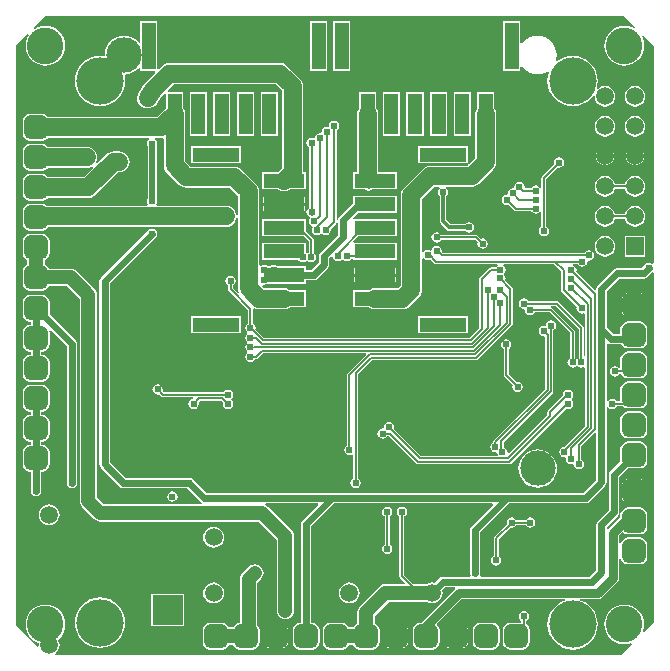
<source format=gbl>
G04*
G04 #@! TF.GenerationSoftware,Altium Limited,Altium Designer,18.1.9 (240)*
G04*
G04 Layer_Physical_Order=2*
G04 Layer_Color=16711680*
%FSLAX25Y25*%
%MOIN*%
G70*
G01*
G75*
%ADD19C,0.00600*%
G04:AMPARAMS|DCode=23|XSize=78.74mil|YSize=78.74mil|CornerRadius=19.68mil|HoleSize=0mil|Usage=FLASHONLY|Rotation=0.000|XOffset=0mil|YOffset=0mil|HoleType=Round|Shape=RoundedRectangle|*
%AMROUNDEDRECTD23*
21,1,0.07874,0.03937,0,0,0.0*
21,1,0.03937,0.07874,0,0,0.0*
1,1,0.03937,0.01968,-0.01968*
1,1,0.03937,-0.01968,-0.01968*
1,1,0.03937,-0.01968,0.01968*
1,1,0.03937,0.01968,0.01968*
%
%ADD23ROUNDEDRECTD23*%
G04:AMPARAMS|DCode=29|XSize=78.74mil|YSize=78.74mil|CornerRadius=19.68mil|HoleSize=0mil|Usage=FLASHONLY|Rotation=90.000|XOffset=0mil|YOffset=0mil|HoleType=Round|Shape=RoundedRectangle|*
%AMROUNDEDRECTD29*
21,1,0.07874,0.03937,0,0,90.0*
21,1,0.03937,0.07874,0,0,90.0*
1,1,0.03937,0.01968,0.01968*
1,1,0.03937,0.01968,-0.01968*
1,1,0.03937,-0.01968,-0.01968*
1,1,0.03937,-0.01968,0.01968*
%
%ADD29ROUNDEDRECTD29*%
%ADD68C,0.02400*%
%ADD69C,0.04800*%
%ADD70C,0.01968*%
%ADD71C,0.01200*%
%ADD72C,0.06000*%
%ADD73R,0.05906X0.05906*%
%ADD74C,0.05906*%
%ADD75C,0.05906*%
%ADD76R,0.09843X0.09843*%
%ADD77C,0.02400*%
%ADD78C,0.04000*%
%ADD79C,0.11811*%
%ADD80C,0.15748*%
%ADD81R,0.04724X0.13780*%
%ADD82R,0.04724X0.15748*%
%ADD83R,0.13780X0.04724*%
%ADD84R,0.15748X0.04724*%
%ADD85C,0.03000*%
%ADD86C,0.12205*%
G36*
X590123Y356572D02*
X589822Y356166D01*
X589153Y356523D01*
X587908Y356901D01*
X586614Y357028D01*
X585320Y356901D01*
X584075Y356523D01*
X582928Y355910D01*
X581923Y355085D01*
X581098Y354080D01*
X580485Y352933D01*
X580107Y351688D01*
X579980Y350394D01*
X580107Y349099D01*
X580485Y347855D01*
X581098Y346708D01*
X581923Y345703D01*
X582928Y344878D01*
X584075Y344264D01*
X585320Y343887D01*
X586614Y343759D01*
X587908Y343887D01*
X589153Y344264D01*
X590300Y344878D01*
X591305Y345703D01*
X592130Y346708D01*
X592743Y347855D01*
X593121Y349099D01*
X593249Y350394D01*
X593121Y351688D01*
X592743Y352933D01*
X592386Y353601D01*
X592792Y353903D01*
X596457Y350238D01*
Y277862D01*
X595957Y277639D01*
X595563Y277901D01*
X594900Y278033D01*
X594237Y277901D01*
X593674Y277526D01*
X592382Y276233D01*
X584100D01*
X583437Y276101D01*
X582874Y275726D01*
X577774Y270626D01*
X577399Y270063D01*
X577267Y269400D01*
Y269040D01*
X576805Y268849D01*
X570637Y275016D01*
X570733Y275500D01*
X570601Y276163D01*
X570226Y276726D01*
X569663Y277101D01*
X569501Y277134D01*
X569550Y277634D01*
X571151D01*
X571425Y277224D01*
X571987Y276848D01*
X572651Y276716D01*
X573314Y276848D01*
X573876Y277224D01*
X574252Y277786D01*
X574361Y278334D01*
X574737Y278769D01*
X574800Y278756D01*
X575463Y278888D01*
X576026Y279264D01*
X576401Y279826D01*
X576533Y280490D01*
X576401Y281153D01*
X576026Y281715D01*
X575463Y282091D01*
X574800Y282223D01*
X574137Y282091D01*
X573574Y281715D01*
X573300Y281305D01*
X570651D01*
X570600Y281316D01*
X570600Y281316D01*
X526238D01*
X525787Y281767D01*
X525833Y282000D01*
X525701Y282663D01*
X525326Y283226D01*
X524763Y283601D01*
X524100Y283733D01*
X523437Y283601D01*
X522874Y283226D01*
X522499Y282663D01*
X522437Y282353D01*
X521881Y282122D01*
X521763Y282201D01*
X521100Y282333D01*
X520437Y282201D01*
X519874Y281826D01*
X519730Y281610D01*
X519230Y281762D01*
Y299138D01*
X523462Y303370D01*
X525038D01*
X525190Y302870D01*
X524974Y302726D01*
X524599Y302163D01*
X524467Y301500D01*
X524599Y300837D01*
X524974Y300274D01*
X525078Y300205D01*
Y291900D01*
X525078Y291900D01*
X525164Y291471D01*
X525407Y291107D01*
X527507Y289007D01*
X527507Y289007D01*
X527871Y288764D01*
X528300Y288678D01*
X528300Y288679D01*
X533605D01*
X533674Y288574D01*
X534237Y288199D01*
X534900Y288067D01*
X535563Y288199D01*
X536126Y288574D01*
X536501Y289137D01*
X536633Y289800D01*
X536501Y290463D01*
X536126Y291026D01*
X535563Y291401D01*
X534900Y291533D01*
X534237Y291401D01*
X533674Y291026D01*
X533605Y290921D01*
X528765D01*
X527322Y292365D01*
Y300205D01*
X527426Y300274D01*
X527801Y300837D01*
X527933Y301500D01*
X527801Y302163D01*
X527426Y302726D01*
X527210Y302870D01*
X527361Y303370D01*
X535800D01*
X536714Y303490D01*
X537565Y303843D01*
X538296Y304404D01*
X542977Y309085D01*
X543538Y309816D01*
X543891Y310667D01*
X544011Y311581D01*
Y327600D01*
X543891Y328514D01*
X543538Y329365D01*
X543343Y329619D01*
Y334990D01*
X537619D01*
Y329619D01*
X537424Y329365D01*
X537071Y328514D01*
X536951Y327600D01*
Y313043D01*
X535024Y311116D01*
X534574Y311374D01*
X534574Y311682D01*
Y316962D01*
X517826D01*
Y311238D01*
X534095D01*
X534438Y311238D01*
X534696Y310788D01*
X534338Y310430D01*
X522000D01*
X522000Y310430D01*
X521086Y310310D01*
X520235Y309957D01*
X519504Y309396D01*
X513204Y303096D01*
X512643Y302365D01*
X512290Y301514D01*
X512170Y300600D01*
Y270562D01*
X511206Y269599D01*
X503562D01*
X502648Y269478D01*
X501797Y269126D01*
X501543Y268931D01*
X496172D01*
Y263206D01*
X501543D01*
X501797Y263011D01*
X502648Y262659D01*
X503562Y262538D01*
X512669D01*
X513582Y262659D01*
X514434Y263011D01*
X515165Y263572D01*
X518196Y266604D01*
X518757Y267335D01*
X519110Y268186D01*
X519230Y269100D01*
Y279438D01*
X519730Y279590D01*
X519874Y279374D01*
X520437Y278999D01*
X521100Y278867D01*
X521763Y278999D01*
X521993Y279152D01*
X523273Y277873D01*
X523273Y277873D01*
X523537Y277696D01*
X523849Y277634D01*
X544250D01*
X544402Y277134D01*
X544090Y276926D01*
X543816Y276516D01*
X542100D01*
X542100Y276516D01*
X541788Y276454D01*
X541523Y276277D01*
X538516Y273270D01*
X538340Y273005D01*
X538277Y272693D01*
X538277Y272693D01*
Y268015D01*
X538277Y268015D01*
X538284Y267980D01*
Y256238D01*
X535162Y253116D01*
X466538D01*
X463670Y255983D01*
X463733Y256300D01*
X463601Y256963D01*
X463226Y257526D01*
X462816Y257800D01*
Y262650D01*
X462816Y262650D01*
X462798Y262741D01*
X463251Y263023D01*
X463266Y263011D01*
X464118Y262659D01*
X465031Y262538D01*
X473238D01*
X474152Y262659D01*
X475003Y263011D01*
X475257Y263206D01*
X480628D01*
Y268931D01*
X475257D01*
X475003Y269126D01*
X474152Y269478D01*
X473238Y269599D01*
X466494D01*
X465795Y270297D01*
X466042Y270758D01*
X466500Y270667D01*
X467163Y270799D01*
X467585Y271080D01*
X480628D01*
Y272209D01*
X483057D01*
X483721Y272341D01*
X484283Y272717D01*
X487826Y276259D01*
X488201Y276822D01*
X488333Y277485D01*
Y279582D01*
X488882Y280131D01*
X489415Y279957D01*
X489499Y279537D01*
X489874Y278974D01*
X490437Y278599D01*
X491100Y278467D01*
X491763Y278599D01*
X492289Y278950D01*
X492441Y279011D01*
X492759D01*
X492911Y278950D01*
X493437Y278599D01*
X494100Y278467D01*
X494763Y278599D01*
X495326Y278974D01*
X495600Y279384D01*
X496172D01*
Y278954D01*
X510952D01*
Y284679D01*
X496539D01*
X496332Y285179D01*
X497982Y286828D01*
X510952D01*
Y292553D01*
X496411D01*
X496204Y293053D01*
X497854Y294702D01*
X510952D01*
Y300427D01*
X496172D01*
Y297924D01*
X491674Y293426D01*
X491299Y292863D01*
X491216Y292446D01*
X490716Y292495D01*
Y322200D01*
X491126Y322474D01*
X491501Y323037D01*
X491633Y323700D01*
X491501Y324363D01*
X491126Y324926D01*
X490563Y325301D01*
X489900Y325433D01*
X489237Y325301D01*
X488674Y324926D01*
X488299Y324363D01*
X488167Y323700D01*
X487739Y323286D01*
X487500Y323333D01*
X486837Y323201D01*
X486274Y322826D01*
X485899Y322263D01*
X485767Y321600D01*
X485339Y321186D01*
X485100Y321233D01*
X484437Y321101D01*
X483874Y320726D01*
X483499Y320163D01*
X483455Y319941D01*
X483063Y319601D01*
X482400Y319733D01*
X481737Y319601D01*
X481174Y319226D01*
X480799Y318663D01*
X480667Y318000D01*
X480799Y317337D01*
X481174Y316774D01*
X481584Y316500D01*
Y296400D01*
X481174Y296126D01*
X480799Y295563D01*
X480667Y294900D01*
X480799Y294237D01*
X481174Y293674D01*
X481737Y293299D01*
X481836Y292769D01*
X481699Y292563D01*
X481567Y291900D01*
X481699Y291237D01*
X482074Y290674D01*
X482637Y290299D01*
X482736Y289769D01*
X482599Y289563D01*
X482467Y288900D01*
X482599Y288237D01*
X482974Y287674D01*
X483537Y287299D01*
X484200Y287167D01*
X484863Y287299D01*
X485320Y287604D01*
X485650Y287646D01*
X485980Y287604D01*
X486437Y287299D01*
X487100Y287167D01*
X487763Y287299D01*
X488326Y287674D01*
X488701Y288237D01*
X488833Y288900D01*
X488737Y289384D01*
X490477Y291123D01*
X490477Y291123D01*
X490654Y291388D01*
X490667Y291454D01*
X491167Y291405D01*
Y287318D01*
X485374Y281526D01*
X484999Y280963D01*
X484867Y280300D01*
Y278203D01*
X482339Y275676D01*
X480628D01*
Y276805D01*
X471106D01*
X471026Y276926D01*
X470463Y277301D01*
X469800Y277433D01*
X469137Y277301D01*
X468574Y276926D01*
X468494Y276805D01*
X467806D01*
X467726Y276926D01*
X467163Y277301D01*
X466500Y277433D01*
X465837Y277301D01*
X465430Y277030D01*
X464930Y277242D01*
Y301800D01*
X464930Y301800D01*
X464810Y302714D01*
X464457Y303565D01*
X463896Y304296D01*
X463896Y304296D01*
X459096Y309096D01*
X458365Y309657D01*
X457514Y310010D01*
X456600Y310130D01*
X442162D01*
X440293Y311999D01*
Y327600D01*
X440173Y328514D01*
X439820Y329365D01*
X439625Y329619D01*
Y334990D01*
X434589D01*
X434382Y335490D01*
X436462Y337570D01*
X470392D01*
X472603Y335359D01*
Y327600D01*
Y309796D01*
X471107Y308301D01*
X465848D01*
Y302576D01*
X471218D01*
X471473Y302381D01*
X472324Y302029D01*
X473238Y301908D01*
X474152Y302029D01*
X475003Y302381D01*
X475257Y302576D01*
X480628D01*
Y308301D01*
X479692D01*
X479663Y308334D01*
Y327600D01*
Y336821D01*
X479543Y337735D01*
X479190Y338586D01*
X478629Y339317D01*
X474351Y343596D01*
X473619Y344157D01*
X472768Y344510D01*
X471854Y344630D01*
X435000D01*
X434086Y344510D01*
X433235Y344157D01*
X432504Y343596D01*
X431426Y342518D01*
X430964Y342709D01*
Y358612D01*
X425239D01*
Y351632D01*
X424739Y351453D01*
X424436Y351822D01*
X423461Y352623D01*
X422348Y353217D01*
X421141Y353584D01*
X419885Y353707D01*
X418629Y353584D01*
X417422Y353217D01*
X416309Y352623D01*
X415334Y351822D01*
X414533Y350847D01*
X413939Y349734D01*
X413572Y348527D01*
X413448Y347271D01*
X413452Y347235D01*
X413098Y346881D01*
X411920Y346997D01*
X410278Y346835D01*
X408700Y346357D01*
X407245Y345579D01*
X405970Y344533D01*
X404923Y343257D01*
X404146Y341803D01*
X403667Y340224D01*
X403505Y338583D01*
X403667Y336941D01*
X404146Y335363D01*
X404923Y333908D01*
X405970Y332633D01*
X407245Y331586D01*
X408700Y330809D01*
X410278Y330330D01*
X411920Y330168D01*
X413561Y330330D01*
X415140Y330809D01*
X416595Y331586D01*
X417870Y332633D01*
X418916Y333908D01*
X419694Y335363D01*
X420173Y336941D01*
X420334Y338583D01*
X420173Y340224D01*
X420099Y340467D01*
X420377Y340883D01*
X421141Y340958D01*
X422348Y341324D01*
X423461Y341919D01*
X424436Y342720D01*
X424739Y343089D01*
X425239Y342910D01*
Y341864D01*
X430118D01*
X430309Y341402D01*
X427104Y338196D01*
X426892Y337920D01*
X426663Y337658D01*
X424863Y334958D01*
X424456Y334131D01*
X424277Y333227D01*
X424338Y332308D01*
X424636Y331435D01*
X425148Y330670D01*
X425842Y330063D01*
X426669Y329656D01*
X427573Y329477D01*
X428492Y329538D01*
X429365Y329836D01*
X430130Y330348D01*
X430737Y331042D01*
X432343Y333451D01*
X433401Y334508D01*
X433901Y334301D01*
Y329730D01*
X430901Y326730D01*
X394494D01*
X394348Y326948D01*
X393532Y327494D01*
X392568Y327685D01*
X388632D01*
X387668Y327494D01*
X386852Y326948D01*
X386306Y326132D01*
X386115Y325168D01*
Y321232D01*
X386306Y320268D01*
X386852Y319452D01*
X387668Y318906D01*
X388632Y318715D01*
X392568D01*
X393532Y318906D01*
X394348Y319452D01*
X394494Y319670D01*
X428251D01*
X428403Y319170D01*
X428037Y318926D01*
X427662Y318363D01*
X427530Y317700D01*
X427662Y317037D01*
X427750Y316905D01*
Y299332D01*
X427662Y299200D01*
X427530Y298537D01*
X427662Y297874D01*
X427891Y297530D01*
X427627Y297030D01*
X394226D01*
X393532Y297494D01*
X392568Y297685D01*
X388632D01*
X387668Y297494D01*
X386852Y296948D01*
X386306Y296132D01*
X386115Y295168D01*
Y291231D01*
X386306Y290268D01*
X386852Y289452D01*
X387668Y288906D01*
X388632Y288715D01*
X392568D01*
X393532Y288906D01*
X394348Y289452D01*
X394694Y289970D01*
X453900D01*
X454814Y290090D01*
X455665Y290443D01*
X456396Y291004D01*
X456957Y291735D01*
X457310Y292586D01*
X457370Y293041D01*
X457870Y293008D01*
Y269700D01*
X457990Y268786D01*
X458178Y268333D01*
X457754Y268049D01*
X456216Y269588D01*
Y270550D01*
X456626Y270824D01*
X457001Y271387D01*
X457133Y272050D01*
X457001Y272713D01*
X456626Y273276D01*
X456063Y273651D01*
X455400Y273783D01*
X454737Y273651D01*
X454174Y273276D01*
X453799Y272713D01*
X453667Y272050D01*
X453799Y271387D01*
X454174Y270824D01*
X454584Y270550D01*
Y269250D01*
X454584Y269250D01*
X454646Y268938D01*
X454823Y268673D01*
X461184Y262312D01*
Y257800D01*
X460774Y257526D01*
X460399Y256963D01*
X460267Y256300D01*
X460399Y255637D01*
X460774Y255074D01*
X460960Y254950D01*
Y254450D01*
X460774Y254326D01*
X460399Y253763D01*
X460267Y253100D01*
X460399Y252437D01*
X460774Y251874D01*
X460960Y251750D01*
Y251250D01*
X460774Y251126D01*
X460399Y250563D01*
X460267Y249900D01*
X460399Y249237D01*
X460774Y248674D01*
X460960Y248550D01*
Y248050D01*
X460774Y247926D01*
X460399Y247363D01*
X460267Y246700D01*
X460399Y246037D01*
X460774Y245474D01*
X461337Y245099D01*
X462000Y244967D01*
X462663Y245099D01*
X463226Y245474D01*
X463500Y245884D01*
X463900D01*
X463900Y245884D01*
X464212Y245946D01*
X464477Y246123D01*
X466238Y247884D01*
X500422D01*
X500613Y247422D01*
X494423Y241232D01*
X494246Y240968D01*
X494184Y240656D01*
X494184Y240656D01*
Y217200D01*
X493774Y216926D01*
X493399Y216363D01*
X493267Y215700D01*
X493399Y215037D01*
X493774Y214474D01*
X494337Y214099D01*
X495000Y213967D01*
X495663Y214099D01*
X495784Y214179D01*
X496284Y213912D01*
Y206100D01*
X495874Y205826D01*
X495499Y205263D01*
X495367Y204600D01*
X495499Y203937D01*
X495874Y203374D01*
X496437Y202999D01*
X497100Y202867D01*
X497763Y202999D01*
X498326Y203374D01*
X498701Y203937D01*
X498833Y204600D01*
X498701Y205263D01*
X498326Y205826D01*
X497916Y206100D01*
Y240862D01*
X502538Y245484D01*
X537278D01*
X537278Y245484D01*
X537590Y245546D01*
X537855Y245723D01*
X549277Y257145D01*
X549277Y257145D01*
X549454Y257410D01*
X549516Y257722D01*
X549516Y257722D01*
Y269416D01*
X549516Y269416D01*
X549454Y269728D01*
X549277Y269993D01*
X546953Y272316D01*
X547049Y272800D01*
X546917Y273463D01*
X546612Y273920D01*
X546570Y274250D01*
X546612Y274580D01*
X546917Y275037D01*
X547049Y275700D01*
X546917Y276363D01*
X546541Y276926D01*
X546230Y277134D01*
X546382Y277634D01*
X563313D01*
X565584Y275362D01*
Y268800D01*
X565584Y268800D01*
X565646Y268488D01*
X565823Y268223D01*
X570763Y263284D01*
X570667Y262800D01*
X570799Y262137D01*
X571174Y261574D01*
X571737Y261199D01*
X572400Y261067D01*
X573063Y261199D01*
X573184Y261280D01*
X573684Y261012D01*
Y247120D01*
X573184Y246837D01*
X573168Y246847D01*
Y256223D01*
X573168Y256223D01*
X573106Y256535D01*
X572929Y256800D01*
X572929Y256800D01*
X564735Y264994D01*
X564470Y265171D01*
X564158Y265233D01*
X564158Y265233D01*
X554700D01*
X554426Y265643D01*
X553863Y266018D01*
X553200Y266150D01*
X552537Y266018D01*
X551974Y265643D01*
X551599Y265080D01*
X551467Y264417D01*
X551599Y263754D01*
X551974Y263191D01*
X552537Y262816D01*
X553019Y262720D01*
X553437Y262260D01*
X553425Y262200D01*
X553557Y261537D01*
X553933Y260974D01*
X554495Y260599D01*
X555158Y260467D01*
X555822Y260599D01*
X556384Y260974D01*
X556744Y261514D01*
X561733D01*
X568584Y254662D01*
Y246300D01*
X568174Y246026D01*
X567799Y245463D01*
X567667Y244800D01*
X567799Y244137D01*
X568174Y243574D01*
X568737Y243199D01*
X569400Y243067D01*
X570063Y243199D01*
X570556Y243528D01*
X570781Y243575D01*
X570971D01*
X571196Y243528D01*
X571689Y243199D01*
X572352Y243067D01*
X573016Y243199D01*
X573184Y243311D01*
X573684Y243044D01*
Y223736D01*
X566677Y216728D01*
X566661Y216731D01*
X565998Y216599D01*
X565436Y216224D01*
X565060Y215661D01*
X564928Y214998D01*
X565060Y214335D01*
X565436Y213773D01*
X565998Y213397D01*
X566661Y213265D01*
X566670Y213266D01*
X567095Y212841D01*
X567067Y212700D01*
X567199Y212037D01*
X567574Y211474D01*
X568137Y211099D01*
X568800Y210967D01*
X569289Y211064D01*
X569587Y210962D01*
X569802Y210723D01*
X569899Y210237D01*
X570274Y209674D01*
X570837Y209299D01*
X571500Y209167D01*
X572163Y209299D01*
X572726Y209674D01*
X573101Y210237D01*
X573233Y210900D01*
X573101Y211563D01*
X572726Y212126D01*
X572315Y212400D01*
Y216862D01*
X576805Y221351D01*
X577267Y221160D01*
Y205618D01*
X573015Y201366D01*
X447285D01*
X442826Y205826D01*
X442263Y206201D01*
X441600Y206333D01*
X420418D01*
X415133Y211618D01*
Y271119D01*
X430489Y286474D01*
X430864Y287037D01*
X430996Y287700D01*
X430864Y288363D01*
X430489Y288926D01*
X429926Y289301D01*
X429263Y289433D01*
X428600Y289301D01*
X428037Y288926D01*
X412174Y273063D01*
X411799Y272500D01*
X411667Y271837D01*
Y210900D01*
X411799Y210237D01*
X412174Y209674D01*
X418474Y203374D01*
X418474Y203374D01*
X419037Y202999D01*
X419700Y202867D01*
X419700Y202867D01*
X440882D01*
X445341Y198407D01*
X445764Y198125D01*
X445612Y197625D01*
X413112D01*
X410925Y199812D01*
Y267300D01*
X410825Y268057D01*
X410533Y268762D01*
X410068Y269368D01*
X404168Y275268D01*
X403562Y275733D01*
X402857Y276025D01*
X402100Y276125D01*
X394895D01*
X394894Y276132D01*
X394348Y276948D01*
X393532Y277494D01*
X393525Y277495D01*
Y278905D01*
X393532Y278906D01*
X394348Y279452D01*
X394894Y280268D01*
X395085Y281231D01*
Y285169D01*
X394894Y286132D01*
X394348Y286948D01*
X393532Y287494D01*
X392568Y287685D01*
X388632D01*
X387668Y287494D01*
X386852Y286948D01*
X386306Y286132D01*
X386115Y285169D01*
Y281231D01*
X386306Y280268D01*
X386852Y279452D01*
X387668Y278906D01*
X387675Y278905D01*
Y277495D01*
X387668Y277494D01*
X386852Y276948D01*
X386306Y276132D01*
X386115Y275168D01*
Y271232D01*
X386306Y270268D01*
X386852Y269452D01*
X387668Y268906D01*
X388632Y268715D01*
X392568D01*
X393532Y268906D01*
X394348Y269452D01*
X394894Y270268D01*
X394895Y270275D01*
X400888D01*
X405075Y266088D01*
Y198600D01*
X405175Y197843D01*
X405467Y197137D01*
X405932Y196532D01*
X409832Y192632D01*
X410437Y192167D01*
X411143Y191875D01*
X411900Y191775D01*
X464688D01*
X470775Y185688D01*
Y162094D01*
X470875Y161337D01*
X471167Y160632D01*
X471632Y160026D01*
X472237Y159561D01*
X472943Y159269D01*
X473700Y159169D01*
X474457Y159269D01*
X475163Y159561D01*
X475768Y160026D01*
X476233Y160632D01*
X476525Y161337D01*
X476625Y162094D01*
Y186900D01*
X476525Y187657D01*
X476233Y188363D01*
X475768Y188968D01*
X467968Y196768D01*
X467362Y197233D01*
X466960Y197400D01*
X467060Y197900D01*
X484462D01*
X484654Y197438D01*
X479374Y192159D01*
X478999Y191596D01*
X478867Y190933D01*
Y158085D01*
X478631D01*
X477668Y157894D01*
X476852Y157348D01*
X476306Y156532D01*
X476115Y155569D01*
Y151631D01*
X476306Y150668D01*
X476852Y149852D01*
X477668Y149306D01*
X478631Y149115D01*
X482569D01*
X483532Y149306D01*
X484348Y149852D01*
X484894Y150668D01*
X485085Y151631D01*
Y155569D01*
X484894Y156532D01*
X484348Y157348D01*
X483532Y157894D01*
X482569Y158085D01*
X482333D01*
Y190215D01*
X490018Y197900D01*
X542662D01*
X542853Y197438D01*
X535736Y190320D01*
X535360Y189758D01*
X535228Y189094D01*
Y174600D01*
X535360Y173937D01*
X535402Y173874D01*
X535166Y173433D01*
X526259D01*
X525596Y173301D01*
X525033Y172926D01*
X523468Y171361D01*
X523460Y171364D01*
X522559Y171483D01*
X521658Y171364D01*
X520818Y171016D01*
X520699Y170925D01*
X516328D01*
X513310Y173943D01*
Y193500D01*
X513720Y193774D01*
X514096Y194337D01*
X514228Y195000D01*
X514096Y195663D01*
X513720Y196226D01*
X513158Y196601D01*
X512495Y196733D01*
X511831Y196601D01*
X511269Y196226D01*
X510893Y195663D01*
X510761Y195000D01*
X510893Y194337D01*
X511269Y193774D01*
X511679Y193500D01*
Y173606D01*
X511679Y173606D01*
X511741Y173293D01*
X511918Y173029D01*
X513559Y171387D01*
X513368Y170925D01*
X507000D01*
X506243Y170825D01*
X505538Y170533D01*
X504932Y170068D01*
X498532Y163668D01*
X498067Y163063D01*
X497775Y162357D01*
X497675Y161600D01*
Y157895D01*
X497668Y157894D01*
X496852Y157348D01*
X496306Y156532D01*
X496305Y156525D01*
X494895D01*
X494894Y156532D01*
X494348Y157348D01*
X493532Y157894D01*
X492568Y158085D01*
X488631D01*
X487668Y157894D01*
X486852Y157348D01*
X486306Y156532D01*
X486115Y155569D01*
Y151631D01*
X486306Y150668D01*
X486852Y149852D01*
X487668Y149306D01*
X488631Y149115D01*
X492568D01*
X493532Y149306D01*
X494348Y149852D01*
X494894Y150668D01*
X494895Y150675D01*
X496305D01*
X496306Y150668D01*
X496852Y149852D01*
X497668Y149306D01*
X498631Y149115D01*
X502568D01*
X503532Y149306D01*
X504348Y149852D01*
X504894Y150668D01*
X505085Y151631D01*
Y155569D01*
X504894Y156532D01*
X504348Y157348D01*
X503532Y157894D01*
X503525Y157895D01*
Y160388D01*
X508212Y165075D01*
X520699D01*
X520818Y164984D01*
X521658Y164636D01*
X522559Y164517D01*
X523460Y164636D01*
X524300Y164984D01*
X525022Y165538D01*
X525575Y166259D01*
X525923Y167099D01*
X526042Y168000D01*
X525923Y168901D01*
X525920Y168909D01*
X526977Y169967D01*
X530044D01*
X530195Y169467D01*
X530158Y169442D01*
X519158Y158442D01*
X518920Y158085D01*
X518632D01*
X517668Y157894D01*
X516852Y157348D01*
X516306Y156532D01*
X516115Y155569D01*
Y151631D01*
X516306Y150668D01*
X516852Y149852D01*
X517668Y149306D01*
X518632Y149115D01*
X522569D01*
X523532Y149306D01*
X524348Y149852D01*
X524894Y150668D01*
X525085Y151631D01*
Y155569D01*
X524894Y156532D01*
X524348Y157348D01*
X524302Y157818D01*
X532445Y165961D01*
X566786D01*
X566861Y165461D01*
X566180Y165254D01*
X564725Y164477D01*
X563450Y163430D01*
X562404Y162155D01*
X561626Y160700D01*
X561147Y159122D01*
X560986Y157480D01*
X561147Y155839D01*
X561626Y154260D01*
X562404Y152805D01*
X563450Y151530D01*
X564725Y150484D01*
X566180Y149706D01*
X567758Y149227D01*
X569400Y149066D01*
X571042Y149227D01*
X572620Y149706D01*
X574075Y150484D01*
X575350Y151530D01*
X576396Y152805D01*
X577174Y154260D01*
X577653Y155839D01*
X577814Y157480D01*
X577653Y159122D01*
X577174Y160700D01*
X576396Y162155D01*
X575350Y163430D01*
X574075Y164477D01*
X572620Y165254D01*
X571939Y165461D01*
X572014Y165961D01*
X577800D01*
X578580Y166116D01*
X579242Y166558D01*
X584342Y171658D01*
X584784Y172320D01*
X584939Y173100D01*
Y179356D01*
X585439Y179405D01*
X585506Y179068D01*
X586052Y178252D01*
X586868Y177706D01*
X587831Y177515D01*
X591769D01*
X592732Y177706D01*
X593548Y178252D01*
X594094Y179068D01*
X594285Y180032D01*
Y183968D01*
X594094Y184932D01*
X593548Y185748D01*
X592732Y186294D01*
X591769Y186485D01*
X587831D01*
X586868Y186294D01*
X586052Y185748D01*
X585506Y184932D01*
X585439Y184595D01*
X584939Y184644D01*
Y187255D01*
X585946Y188262D01*
X586052Y188252D01*
X586868Y187706D01*
X587831Y187515D01*
X591769D01*
X592732Y187706D01*
X593548Y188252D01*
X594094Y189068D01*
X594285Y190032D01*
Y193968D01*
X594094Y194932D01*
X593548Y195748D01*
X592732Y196294D01*
X591769Y196485D01*
X587831D01*
X586868Y196294D01*
X586052Y195748D01*
X585506Y194932D01*
X585315Y193968D01*
Y193398D01*
X581458Y189542D01*
X581233Y189206D01*
X580733Y189357D01*
Y190082D01*
X584426Y193774D01*
X584801Y194337D01*
X584933Y195000D01*
Y206682D01*
X587777Y209525D01*
X587831Y209515D01*
X591769D01*
X592732Y209706D01*
X593548Y210252D01*
X594094Y211068D01*
X594285Y212032D01*
Y215968D01*
X594094Y216932D01*
X593548Y217748D01*
X592732Y218294D01*
X591769Y218485D01*
X587831D01*
X586868Y218294D01*
X586052Y217748D01*
X585506Y216932D01*
X585315Y215968D01*
Y212032D01*
X585325Y211977D01*
X581974Y208626D01*
X581599Y208063D01*
X581467Y207400D01*
Y195718D01*
X577774Y192026D01*
X577399Y191463D01*
X577267Y190800D01*
Y175618D01*
X575082Y173433D01*
X538757D01*
X538521Y173874D01*
X538563Y173937D01*
X538695Y174600D01*
Y188376D01*
X548218Y197900D01*
X573733D01*
X574396Y198032D01*
X574959Y198407D01*
X580226Y203674D01*
X580601Y204237D01*
X580733Y204900D01*
Y229834D01*
X581233Y229985D01*
X581374Y229774D01*
X581937Y229399D01*
X582600Y229267D01*
X583263Y229399D01*
X583826Y229774D01*
X584100Y230184D01*
X586153D01*
X586868Y229706D01*
X587831Y229515D01*
X591769D01*
X592732Y229706D01*
X593548Y230252D01*
X594094Y231068D01*
X594285Y232031D01*
Y235968D01*
X594094Y236932D01*
X593548Y237748D01*
X592732Y238294D01*
X591769Y238485D01*
X587831D01*
X586868Y238294D01*
X586052Y237748D01*
X585506Y236932D01*
X585315Y235968D01*
Y232031D01*
X585138Y231816D01*
X584100D01*
X583826Y232226D01*
X583263Y232601D01*
X582600Y232733D01*
X581937Y232601D01*
X581374Y232226D01*
X581233Y232014D01*
X580733Y232166D01*
Y251053D01*
X581233Y251268D01*
X581637Y250999D01*
X582300Y250867D01*
X585641D01*
X586052Y250252D01*
X586868Y249706D01*
X587831Y249515D01*
X591769D01*
X592732Y249706D01*
X593548Y250252D01*
X594094Y251068D01*
X594285Y252031D01*
Y255968D01*
X594094Y256932D01*
X593548Y257748D01*
X592732Y258294D01*
X591769Y258485D01*
X587831D01*
X586868Y258294D01*
X586052Y257748D01*
X585506Y256932D01*
X585315Y255968D01*
Y254333D01*
X583018D01*
X580733Y256618D01*
Y268682D01*
X584818Y272767D01*
X593100D01*
X593763Y272899D01*
X594326Y273274D01*
X595957Y274905D01*
X596457Y274698D01*
Y158118D01*
X593260Y154921D01*
X592818Y155186D01*
X593121Y156186D01*
X593249Y157480D01*
X593121Y158775D01*
X592743Y160019D01*
X592130Y161166D01*
X591305Y162171D01*
X590300Y162996D01*
X589153Y163610D01*
X587908Y163987D01*
X586614Y164115D01*
X585320Y163987D01*
X584075Y163610D01*
X582928Y162996D01*
X581923Y162171D01*
X581098Y161166D01*
X580485Y160019D01*
X580107Y158775D01*
X579980Y157480D01*
X580107Y156186D01*
X580485Y154941D01*
X581098Y153795D01*
X581923Y152789D01*
X582928Y151964D01*
X584075Y151351D01*
X585320Y150973D01*
X586614Y150846D01*
X587908Y150973D01*
X588908Y151277D01*
X589173Y150835D01*
X585630Y147291D01*
X397158D01*
X396988Y147791D01*
X397362Y148079D01*
X397916Y148800D01*
X398264Y149640D01*
X398382Y150541D01*
X398264Y151443D01*
X397916Y152283D01*
X397861Y152354D01*
X398392Y152789D01*
X399217Y153795D01*
X399830Y154941D01*
X400208Y156186D01*
X400335Y157480D01*
X400208Y158775D01*
X399830Y160019D01*
X399217Y161166D01*
X398392Y162171D01*
X397387Y162996D01*
X396240Y163610D01*
X394995Y163987D01*
X393701Y164115D01*
X392407Y163987D01*
X391162Y163610D01*
X390015Y162996D01*
X389010Y162171D01*
X388184Y161166D01*
X387572Y160019D01*
X387194Y158775D01*
X387067Y157480D01*
X387194Y156186D01*
X387572Y154941D01*
X388184Y153795D01*
X389010Y152789D01*
X390015Y151964D01*
X391162Y151351D01*
X391510Y151245D01*
X391418Y150541D01*
X391457Y150242D01*
X390983Y150009D01*
X383858Y157134D01*
Y350394D01*
X387702Y354237D01*
X388108Y353936D01*
X387572Y352933D01*
X387194Y351688D01*
X387067Y350394D01*
X387194Y349099D01*
X387572Y347855D01*
X388184Y346708D01*
X389010Y345703D01*
X390015Y344878D01*
X391162Y344264D01*
X392407Y343887D01*
X393701Y343759D01*
X394995Y343887D01*
X396240Y344264D01*
X397387Y344878D01*
X398392Y345703D01*
X399217Y346708D01*
X399830Y347855D01*
X400208Y349099D01*
X400335Y350394D01*
X400208Y351688D01*
X399830Y352933D01*
X399217Y354080D01*
X398392Y355085D01*
X397387Y355910D01*
X396240Y356523D01*
X394995Y356901D01*
X393701Y357028D01*
X392407Y356901D01*
X391162Y356523D01*
X390158Y355986D01*
X389857Y356393D01*
X393701Y360236D01*
X586458D01*
X590123Y356572D01*
D02*
G37*
G36*
X433233Y319405D02*
Y310537D01*
X433353Y309623D01*
X433706Y308772D01*
X434267Y308041D01*
X438204Y304104D01*
X438935Y303543D01*
X439786Y303190D01*
X440700Y303070D01*
X455138D01*
X457870Y300338D01*
Y293992D01*
X457370Y293959D01*
X457310Y294414D01*
X456957Y295265D01*
X456396Y295996D01*
X455665Y296557D01*
X454814Y296910D01*
X453900Y297030D01*
X430899D01*
X430635Y297530D01*
X430864Y297874D01*
X430996Y298537D01*
X430864Y299200D01*
X430776Y299332D01*
Y316905D01*
X430864Y317037D01*
X430996Y317700D01*
X430864Y318363D01*
X430489Y318926D01*
X430123Y319170D01*
X430275Y319670D01*
X432363D01*
X432857Y319735D01*
X433233Y319405D01*
D02*
G37*
G36*
X571537Y255885D02*
Y246300D01*
X571196Y246072D01*
X570971Y246025D01*
X570781D01*
X570556Y246072D01*
X570216Y246300D01*
Y255000D01*
X570216Y255000D01*
X570154Y255312D01*
X569977Y255577D01*
X569977Y255577D01*
X562647Y262906D01*
X562383Y263083D01*
X562290Y263101D01*
X562339Y263601D01*
X563820D01*
X571537Y255885D01*
D02*
G37*
%LPC*%
G36*
X495312Y358612D02*
X489587D01*
Y341864D01*
X495312D01*
Y358612D01*
D02*
G37*
G36*
X487657D02*
X481932D01*
Y341864D01*
X487657D01*
Y358612D01*
D02*
G37*
G36*
X590200Y336982D02*
X589299Y336864D01*
X588459Y336516D01*
X587738Y335963D01*
X587184Y335241D01*
X586836Y334401D01*
X586718Y333500D01*
X586836Y332599D01*
X587184Y331759D01*
X587738Y331037D01*
X588459Y330484D01*
X589299Y330136D01*
X590200Y330017D01*
X591101Y330136D01*
X591941Y330484D01*
X592662Y331037D01*
X593216Y331759D01*
X593564Y332599D01*
X593682Y333500D01*
X593564Y334401D01*
X593216Y335241D01*
X592662Y335963D01*
X591941Y336516D01*
X591101Y336864D01*
X590200Y336982D01*
D02*
G37*
G36*
X552005Y358612D02*
X546280D01*
Y341864D01*
X552005D01*
Y343301D01*
X552505Y343480D01*
X553129Y342720D01*
X554104Y341919D01*
X555217Y341324D01*
X556425Y340958D01*
X557680Y340834D01*
X558936Y340958D01*
X560144Y341324D01*
X561116Y341844D01*
X561500Y341580D01*
X561541Y341523D01*
X561147Y340224D01*
X560986Y338583D01*
X561147Y336941D01*
X561626Y335363D01*
X562404Y333908D01*
X563450Y332633D01*
X564725Y331586D01*
X566180Y330809D01*
X567758Y330330D01*
X569400Y330168D01*
X571042Y330330D01*
X572620Y330809D01*
X574075Y331586D01*
X575350Y332633D01*
X576242Y333720D01*
X576719Y333513D01*
X576718Y333500D01*
X576836Y332599D01*
X577184Y331759D01*
X577738Y331037D01*
X578459Y330484D01*
X579299Y330136D01*
X580200Y330017D01*
X581101Y330136D01*
X581941Y330484D01*
X582662Y331037D01*
X583216Y331759D01*
X583564Y332599D01*
X583682Y333500D01*
X583564Y334401D01*
X583216Y335241D01*
X582662Y335963D01*
X581941Y336516D01*
X581101Y336864D01*
X580200Y336982D01*
X579299Y336864D01*
X578459Y336516D01*
X577921Y336104D01*
X577490Y336403D01*
X577653Y336941D01*
X577814Y338583D01*
X577653Y340224D01*
X577174Y341803D01*
X576396Y343257D01*
X575350Y344533D01*
X574075Y345579D01*
X572620Y346357D01*
X571042Y346835D01*
X569400Y346997D01*
X567758Y346835D01*
X566180Y346357D01*
X564725Y345579D01*
X564270Y345206D01*
X563836Y345496D01*
X563993Y346015D01*
X564117Y347271D01*
X563993Y348527D01*
X563627Y349734D01*
X563032Y350847D01*
X562232Y351822D01*
X561256Y352623D01*
X560144Y353217D01*
X558936Y353584D01*
X557680Y353707D01*
X556425Y353584D01*
X555217Y353217D01*
X554104Y352623D01*
X553129Y351822D01*
X552505Y351062D01*
X552005Y351240D01*
Y358612D01*
D02*
G37*
G36*
X535469Y334990D02*
X529745D01*
Y320210D01*
X535469D01*
Y334990D01*
D02*
G37*
G36*
X527595D02*
X521871D01*
Y320210D01*
X527595D01*
Y334990D01*
D02*
G37*
G36*
X519721D02*
X513997D01*
Y320210D01*
X519721D01*
Y334990D01*
D02*
G37*
G36*
X511847D02*
X506123D01*
Y320210D01*
X511847D01*
Y334990D01*
D02*
G37*
G36*
X471121D02*
X465397D01*
Y320210D01*
X471121D01*
Y334990D01*
D02*
G37*
G36*
X463247D02*
X457523D01*
Y320210D01*
X463247D01*
Y334990D01*
D02*
G37*
G36*
X455373D02*
X449649D01*
Y320210D01*
X455373D01*
Y334990D01*
D02*
G37*
G36*
X447499D02*
X441775D01*
Y320210D01*
X447499D01*
Y334990D01*
D02*
G37*
G36*
X590200Y326982D02*
X589299Y326864D01*
X588459Y326516D01*
X587738Y325962D01*
X587184Y325241D01*
X586836Y324401D01*
X586718Y323500D01*
X586836Y322599D01*
X587184Y321759D01*
X587738Y321038D01*
X588459Y320484D01*
X589299Y320136D01*
X590200Y320018D01*
X591101Y320136D01*
X591941Y320484D01*
X592662Y321038D01*
X593216Y321759D01*
X593564Y322599D01*
X593682Y323500D01*
X593564Y324401D01*
X593216Y325241D01*
X592662Y325962D01*
X591941Y326516D01*
X591101Y326864D01*
X590200Y326982D01*
D02*
G37*
G36*
X580200D02*
X579299Y326864D01*
X578459Y326516D01*
X577738Y325962D01*
X577184Y325241D01*
X576836Y324401D01*
X576718Y323500D01*
X576836Y322599D01*
X577184Y321759D01*
X577738Y321038D01*
X578459Y320484D01*
X579299Y320136D01*
X580200Y320018D01*
X581101Y320136D01*
X581941Y320484D01*
X582662Y321038D01*
X583216Y321759D01*
X583564Y322599D01*
X583682Y323500D01*
X583564Y324401D01*
X583216Y325241D01*
X582662Y325962D01*
X581941Y326516D01*
X581101Y326864D01*
X580200Y326982D01*
D02*
G37*
G36*
X590700Y316412D02*
Y314000D01*
X593112D01*
X593077Y314271D01*
X592779Y314989D01*
X592306Y315606D01*
X591689Y316079D01*
X590971Y316377D01*
X590700Y316412D01*
D02*
G37*
G36*
X580700D02*
Y314000D01*
X583112D01*
X583077Y314271D01*
X582779Y314989D01*
X582306Y315606D01*
X581689Y316079D01*
X580971Y316377D01*
X580700Y316412D01*
D02*
G37*
G36*
X589700D02*
X589429Y316377D01*
X588711Y316079D01*
X588094Y315606D01*
X587621Y314989D01*
X587323Y314271D01*
X587288Y314000D01*
X589700D01*
Y316412D01*
D02*
G37*
G36*
X579700D02*
X579429Y316377D01*
X578711Y316079D01*
X578094Y315606D01*
X577621Y314989D01*
X577323Y314271D01*
X577288Y314000D01*
X579700D01*
Y316412D01*
D02*
G37*
G36*
X458974Y316962D02*
X442226D01*
Y311238D01*
X458974D01*
Y316962D01*
D02*
G37*
G36*
X593112Y313000D02*
X590700D01*
Y310588D01*
X590971Y310623D01*
X591689Y310921D01*
X592306Y311394D01*
X592779Y312011D01*
X593077Y312729D01*
X593112Y313000D01*
D02*
G37*
G36*
X583112D02*
X580700D01*
Y310588D01*
X580971Y310623D01*
X581689Y310921D01*
X582306Y311394D01*
X582779Y312011D01*
X583077Y312729D01*
X583112Y313000D01*
D02*
G37*
G36*
X589700D02*
X587288D01*
X587323Y312729D01*
X587621Y312011D01*
X588094Y311394D01*
X588711Y310921D01*
X589429Y310623D01*
X589700Y310588D01*
Y313000D01*
D02*
G37*
G36*
X579700D02*
X577288D01*
X577323Y312729D01*
X577621Y312011D01*
X578094Y311394D01*
X578711Y310921D01*
X579429Y310623D01*
X579700Y310588D01*
Y313000D01*
D02*
G37*
G36*
X564900Y313133D02*
X564237Y313001D01*
X563674Y312626D01*
X563299Y312063D01*
X563167Y311400D01*
X563263Y310916D01*
X559223Y306877D01*
X559046Y306612D01*
X558984Y306300D01*
X558984Y306300D01*
Y303280D01*
X558484Y303128D01*
X558352Y303326D01*
X557790Y303701D01*
X557127Y303833D01*
X556463Y303701D01*
X555901Y303326D01*
X555627Y302916D01*
X553749D01*
X553433Y303300D01*
X553301Y303963D01*
X552926Y304526D01*
X552363Y304901D01*
X551700Y305033D01*
X551037Y304901D01*
X550474Y304526D01*
X550099Y303963D01*
X549967Y303300D01*
X549975Y303257D01*
X549622Y302903D01*
X549579Y302912D01*
X548915Y302780D01*
X548353Y302404D01*
X547977Y301842D01*
X547854Y301222D01*
X547790Y301071D01*
X547565Y300847D01*
X547414Y300782D01*
X546794Y300659D01*
X546232Y300283D01*
X545856Y299721D01*
X545724Y299057D01*
X545856Y298394D01*
X546232Y297832D01*
X546794Y297456D01*
X547457Y297324D01*
X547941Y297420D01*
X549838Y295523D01*
X549838Y295523D01*
X550103Y295346D01*
X550415Y295284D01*
X550415Y295284D01*
X555600D01*
X555874Y294874D01*
X556437Y294499D01*
X557100Y294367D01*
X557763Y294499D01*
X558326Y294874D01*
X558484Y295112D01*
X558984Y294960D01*
Y290166D01*
X558574Y289892D01*
X558199Y289329D01*
X558067Y288666D01*
X558199Y288003D01*
X558574Y287440D01*
X559137Y287065D01*
X559800Y286933D01*
X560463Y287065D01*
X561026Y287440D01*
X561401Y288003D01*
X561533Y288666D01*
X561401Y289329D01*
X561026Y289892D01*
X560616Y290166D01*
Y305962D01*
X564416Y309763D01*
X564900Y309667D01*
X565563Y309799D01*
X566126Y310174D01*
X566501Y310737D01*
X566633Y311400D01*
X566501Y312063D01*
X566126Y312626D01*
X565563Y313001D01*
X564900Y313133D01*
D02*
G37*
G36*
X392568Y317685D02*
X388632D01*
X387668Y317494D01*
X386852Y316948D01*
X386306Y316132D01*
X386115Y315168D01*
Y311231D01*
X386306Y310268D01*
X386852Y309452D01*
X387668Y308906D01*
X388632Y308715D01*
X392568D01*
X393532Y308906D01*
X394348Y309452D01*
X394494Y309670D01*
X407400D01*
X408314Y309790D01*
X409165Y310143D01*
X409448Y309740D01*
X406438Y306730D01*
X394494D01*
X394348Y306948D01*
X393532Y307494D01*
X392568Y307685D01*
X388632D01*
X387668Y307494D01*
X386852Y306948D01*
X386306Y306132D01*
X386115Y305169D01*
Y301232D01*
X386306Y300268D01*
X386852Y299452D01*
X387668Y298906D01*
X388632Y298715D01*
X392568D01*
X393532Y298906D01*
X394348Y299452D01*
X394494Y299670D01*
X407900D01*
X408814Y299790D01*
X409665Y300143D01*
X410396Y300704D01*
X417862Y308170D01*
X418200D01*
X419114Y308290D01*
X419965Y308643D01*
X420696Y309204D01*
X421257Y309935D01*
X421610Y310786D01*
X421730Y311700D01*
X421610Y312614D01*
X421257Y313465D01*
X420696Y314196D01*
X419965Y314757D01*
X419114Y315110D01*
X418200Y315230D01*
X416400D01*
X416400Y315230D01*
X415486Y315110D01*
X414635Y314757D01*
X413904Y314196D01*
X410860Y311152D01*
X410457Y311435D01*
X410810Y312286D01*
X410930Y313200D01*
X410810Y314114D01*
X410457Y314965D01*
X409896Y315696D01*
X409165Y316257D01*
X408314Y316610D01*
X407400Y316730D01*
X394494D01*
X394348Y316948D01*
X393532Y317494D01*
X392568Y317685D01*
D02*
G37*
G36*
X590200Y306982D02*
X589299Y306864D01*
X588459Y306516D01*
X587738Y305962D01*
X587184Y305241D01*
X586836Y304401D01*
X586825Y304316D01*
X583575D01*
X583564Y304401D01*
X583216Y305241D01*
X582662Y305962D01*
X581941Y306516D01*
X581101Y306864D01*
X580200Y306982D01*
X579299Y306864D01*
X578459Y306516D01*
X577738Y305962D01*
X577184Y305241D01*
X576836Y304401D01*
X576718Y303500D01*
X576836Y302599D01*
X577184Y301759D01*
X577738Y301038D01*
X578459Y300484D01*
X579299Y300136D01*
X580200Y300017D01*
X581101Y300136D01*
X581941Y300484D01*
X582662Y301038D01*
X583216Y301759D01*
X583564Y302599D01*
X583575Y302684D01*
X586825D01*
X586836Y302599D01*
X587184Y301759D01*
X587738Y301038D01*
X588459Y300484D01*
X589299Y300136D01*
X590200Y300017D01*
X591101Y300136D01*
X591941Y300484D01*
X592662Y301038D01*
X593216Y301759D01*
X593564Y302599D01*
X593682Y303500D01*
X593564Y304401D01*
X593216Y305241D01*
X592662Y305962D01*
X591941Y306516D01*
X591101Y306864D01*
X590200Y306982D01*
D02*
G37*
G36*
X503973Y334990D02*
X498249D01*
Y329619D01*
X498054Y329365D01*
X497701Y328514D01*
X497581Y327600D01*
Y308301D01*
X496172D01*
Y302576D01*
X499773D01*
X500418Y302145D01*
X501394Y301951D01*
X502369Y302145D01*
X503015Y302576D01*
X510952D01*
Y308301D01*
X504641D01*
Y327600D01*
X504521Y328514D01*
X504168Y329365D01*
X503973Y329619D01*
Y334990D01*
D02*
G37*
G36*
X480128Y299927D02*
X473738D01*
Y298065D01*
X480128D01*
Y299927D01*
D02*
G37*
G36*
X472738D02*
X466348D01*
Y298065D01*
X472738D01*
Y299927D01*
D02*
G37*
G36*
X480128Y297065D02*
X473738D01*
Y295202D01*
X480128D01*
Y297065D01*
D02*
G37*
G36*
X472738D02*
X466348D01*
Y295202D01*
X472738D01*
Y297065D01*
D02*
G37*
G36*
X590200Y296983D02*
X589299Y296864D01*
X588459Y296516D01*
X587738Y295963D01*
X587184Y295241D01*
X586836Y294401D01*
X586825Y294316D01*
X583575D01*
X583564Y294401D01*
X583216Y295241D01*
X582662Y295963D01*
X581941Y296516D01*
X581101Y296864D01*
X580200Y296983D01*
X579299Y296864D01*
X578459Y296516D01*
X577738Y295963D01*
X577184Y295241D01*
X576836Y294401D01*
X576718Y293500D01*
X576836Y292599D01*
X577184Y291759D01*
X577738Y291038D01*
X578459Y290484D01*
X579299Y290136D01*
X580200Y290018D01*
X581101Y290136D01*
X581941Y290484D01*
X582662Y291038D01*
X583216Y291759D01*
X583564Y292599D01*
X583575Y292684D01*
X586825D01*
X586836Y292599D01*
X587184Y291759D01*
X587738Y291038D01*
X588459Y290484D01*
X589299Y290136D01*
X590200Y290018D01*
X591101Y290136D01*
X591941Y290484D01*
X592662Y291038D01*
X593216Y291759D01*
X593564Y292599D01*
X593682Y293500D01*
X593564Y294401D01*
X593216Y295241D01*
X592662Y295963D01*
X591941Y296516D01*
X591101Y296864D01*
X590200Y296983D01*
D02*
G37*
G36*
X524100Y288233D02*
X523437Y288101D01*
X522874Y287726D01*
X522499Y287163D01*
X522367Y286500D01*
X522499Y285837D01*
X522874Y285274D01*
X523437Y284899D01*
X524100Y284767D01*
X524763Y284899D01*
X525326Y285274D01*
X525600Y285684D01*
X536989D01*
X537763Y284910D01*
X537667Y284427D01*
X537799Y283764D01*
X538174Y283201D01*
X538737Y282825D01*
X539400Y282694D01*
X540063Y282825D01*
X540626Y283201D01*
X541001Y283764D01*
X541133Y284427D01*
X541001Y285090D01*
X540626Y285652D01*
X540063Y286028D01*
X539400Y286160D01*
X538916Y286064D01*
X537903Y287077D01*
X537639Y287254D01*
X537327Y287316D01*
X537327Y287316D01*
X525600D01*
X525326Y287726D01*
X524763Y288101D01*
X524100Y288233D01*
D02*
G37*
G36*
X480628Y292553D02*
X465848D01*
Y286828D01*
X480018D01*
X481484Y285362D01*
Y281400D01*
X481180Y281196D01*
X481055Y281180D01*
X480888Y281222D01*
X480628Y281357D01*
Y284679D01*
X465848D01*
Y278954D01*
X477987D01*
X478174Y278674D01*
X478737Y278299D01*
X479400Y278167D01*
X480063Y278299D01*
X480520Y278604D01*
X480850Y278646D01*
X481180Y278604D01*
X481637Y278299D01*
X482300Y278167D01*
X482963Y278299D01*
X483526Y278674D01*
X483901Y279237D01*
X484033Y279900D01*
X483901Y280563D01*
X483526Y281126D01*
X483116Y281400D01*
Y285700D01*
X483116Y285700D01*
X483054Y286012D01*
X482877Y286277D01*
X480628Y288526D01*
Y292553D01*
D02*
G37*
G36*
X593653Y286953D02*
X586747D01*
Y280047D01*
X593653D01*
Y286953D01*
D02*
G37*
G36*
X580200Y286982D02*
X579299Y286864D01*
X578459Y286516D01*
X577738Y285963D01*
X577184Y285241D01*
X576836Y284401D01*
X576718Y283500D01*
X576836Y282599D01*
X577184Y281759D01*
X577738Y281037D01*
X578459Y280484D01*
X579299Y280136D01*
X580200Y280017D01*
X581101Y280136D01*
X581941Y280484D01*
X582662Y281037D01*
X583216Y281759D01*
X583564Y282599D01*
X583682Y283500D01*
X583564Y284401D01*
X583216Y285241D01*
X582662Y285963D01*
X581941Y286516D01*
X581101Y286864D01*
X580200Y286982D01*
D02*
G37*
G36*
X510452Y276305D02*
X504062D01*
Y274443D01*
X510452D01*
Y276305D01*
D02*
G37*
G36*
X503062D02*
X496672D01*
Y274443D01*
X503062D01*
Y276305D01*
D02*
G37*
G36*
X510452Y273443D02*
X504062D01*
Y271580D01*
X510452D01*
Y273443D01*
D02*
G37*
G36*
X503062D02*
X496672D01*
Y271580D01*
X503062D01*
Y273443D01*
D02*
G37*
G36*
X591769Y267976D02*
X590300D01*
Y264500D01*
X593776D01*
Y265968D01*
X593623Y266737D01*
X593188Y267388D01*
X592537Y267823D01*
X591769Y267976D01*
D02*
G37*
G36*
X589300D02*
X587831D01*
X587063Y267823D01*
X586412Y267388D01*
X585977Y266737D01*
X585824Y265968D01*
Y264500D01*
X589300D01*
Y267976D01*
D02*
G37*
G36*
X593776Y263500D02*
X590300D01*
Y260024D01*
X591769D01*
X592537Y260177D01*
X593188Y260612D01*
X593623Y261263D01*
X593776Y262032D01*
Y263500D01*
D02*
G37*
G36*
X589300D02*
X585824D01*
Y262032D01*
X585977Y261263D01*
X586412Y260612D01*
X587063Y260177D01*
X587831Y260024D01*
X589300D01*
Y263500D01*
D02*
G37*
G36*
X562200Y258833D02*
X561537Y258701D01*
X560974Y258326D01*
X560599Y257763D01*
X560467Y257100D01*
X559977Y256998D01*
X559800Y257033D01*
X559137Y256901D01*
X558574Y256526D01*
X558199Y255963D01*
X558067Y255300D01*
X558199Y254637D01*
X558574Y254074D01*
X559137Y253699D01*
X559800Y253567D01*
X560284Y253153D01*
Y236066D01*
X543117Y218898D01*
X542940Y218634D01*
X542878Y218322D01*
X542878Y218322D01*
Y218100D01*
X542468Y217826D01*
X542092Y217263D01*
X541960Y216600D01*
X542092Y215937D01*
X542468Y215374D01*
X543030Y214999D01*
X543693Y214867D01*
X543814Y214891D01*
X544330Y214483D01*
X544399Y214137D01*
X544452Y214057D01*
X544216Y213616D01*
X518981D01*
X509858Y222738D01*
X509955Y223221D01*
X509823Y223885D01*
X509447Y224447D01*
X508885Y224823D01*
X508221Y224955D01*
X507558Y224823D01*
X506996Y224447D01*
X506620Y223885D01*
X506488Y223221D01*
X506497Y223178D01*
X506207Y222889D01*
X506057Y222825D01*
X505437Y222701D01*
X504874Y222326D01*
X504499Y221763D01*
X504367Y221100D01*
X504499Y220437D01*
X504874Y219874D01*
X505437Y219499D01*
X506100Y219367D01*
X506763Y219499D01*
X507326Y219874D01*
X507600Y220284D01*
X508162D01*
X517323Y211123D01*
X517323Y211123D01*
X517588Y210946D01*
X517900Y210884D01*
X517900Y210884D01*
X548300D01*
X548300Y210884D01*
X548612Y210946D01*
X548877Y211123D01*
X567186Y229433D01*
X567237Y229399D01*
X567900Y229267D01*
X568563Y229399D01*
X569126Y229774D01*
X569501Y230337D01*
X569633Y231000D01*
X569501Y231663D01*
X569126Y232226D01*
X569089Y232250D01*
Y232750D01*
X569126Y232774D01*
X569501Y233337D01*
X569633Y234000D01*
X569501Y234663D01*
X569126Y235226D01*
X568563Y235601D01*
X567900Y235733D01*
X567237Y235601D01*
X566674Y235226D01*
X566299Y234663D01*
X566167Y234000D01*
X566192Y233874D01*
X561268Y228950D01*
X561091Y228685D01*
X561029Y228373D01*
X561029Y228373D01*
Y227138D01*
X548132Y214241D01*
X547671Y214487D01*
X547733Y214800D01*
X547601Y215463D01*
X547226Y216026D01*
X546663Y216401D01*
X546516Y216431D01*
Y218435D01*
X562777Y234696D01*
X562777Y234696D01*
X562954Y234961D01*
X563016Y235273D01*
Y255600D01*
X563426Y255874D01*
X563801Y256437D01*
X563933Y257100D01*
X563801Y257763D01*
X563426Y258326D01*
X562863Y258701D01*
X562200Y258833D01*
D02*
G37*
G36*
X534574Y260269D02*
X517826D01*
Y254545D01*
X534574D01*
Y260269D01*
D02*
G37*
G36*
X458974D02*
X442226D01*
Y254545D01*
X458974D01*
Y260269D01*
D02*
G37*
G36*
X591769Y248485D02*
X587831D01*
X586868Y248294D01*
X586052Y247748D01*
X585506Y246932D01*
X585315Y245969D01*
Y243044D01*
X584815Y242892D01*
X584726Y243026D01*
X584163Y243401D01*
X583500Y243533D01*
X582837Y243401D01*
X582274Y243026D01*
X581899Y242463D01*
X581767Y241800D01*
X581899Y241137D01*
X582274Y240574D01*
X582837Y240199D01*
X583500Y240067D01*
X584163Y240199D01*
X584726Y240574D01*
X585000Y240984D01*
X585562D01*
X586052Y240252D01*
X586868Y239706D01*
X587831Y239515D01*
X591769D01*
X592732Y239706D01*
X593548Y240252D01*
X594094Y241068D01*
X594285Y242032D01*
Y245969D01*
X594094Y246932D01*
X593548Y247748D01*
X592732Y248294D01*
X591769Y248485D01*
D02*
G37*
G36*
X547284Y252533D02*
X546621Y252401D01*
X546059Y252026D01*
X545683Y251463D01*
X545551Y250800D01*
X545683Y250137D01*
X546059Y249574D01*
X546469Y249300D01*
Y240516D01*
X546469Y240516D01*
X546531Y240204D01*
X546707Y239939D01*
X549463Y237184D01*
X549367Y236700D01*
X549499Y236037D01*
X549874Y235474D01*
X550437Y235099D01*
X551100Y234967D01*
X551763Y235099D01*
X552326Y235474D01*
X552701Y236037D01*
X552833Y236700D01*
X552701Y237363D01*
X552326Y237926D01*
X551763Y238301D01*
X551100Y238433D01*
X550616Y238337D01*
X548100Y240854D01*
Y249300D01*
X548510Y249574D01*
X548886Y250137D01*
X549018Y250800D01*
X548886Y251463D01*
X548510Y252026D01*
X547948Y252401D01*
X547284Y252533D01*
D02*
G37*
G36*
X431100Y237533D02*
X430437Y237401D01*
X429874Y237026D01*
X429499Y236463D01*
X429367Y235800D01*
X429499Y235137D01*
X429874Y234574D01*
X430437Y234199D01*
X431100Y234067D01*
X431584Y234163D01*
X432323Y233423D01*
X432323Y233423D01*
X432588Y233246D01*
X432900Y233184D01*
X442805D01*
X442854Y232684D01*
X442437Y232601D01*
X441874Y232226D01*
X441499Y231663D01*
X441367Y231000D01*
X441499Y230337D01*
X441874Y229774D01*
X442437Y229399D01*
X443100Y229267D01*
X443763Y229399D01*
X444326Y229774D01*
X444701Y230337D01*
X444833Y231000D01*
X444737Y231484D01*
X445338Y232084D01*
X452262D01*
X452863Y231484D01*
X452767Y231000D01*
X452899Y230337D01*
X453274Y229774D01*
X453837Y229399D01*
X454500Y229267D01*
X455163Y229399D01*
X455726Y229774D01*
X456101Y230337D01*
X456233Y231000D01*
X456101Y231663D01*
X455726Y232226D01*
X455689Y232250D01*
Y232750D01*
X455726Y232774D01*
X456101Y233337D01*
X456233Y234000D01*
X456101Y234663D01*
X455726Y235226D01*
X455163Y235601D01*
X454500Y235733D01*
X453837Y235601D01*
X453274Y235226D01*
X453000Y234816D01*
X433238D01*
X432737Y235316D01*
X432833Y235800D01*
X432701Y236463D01*
X432326Y237026D01*
X431763Y237401D01*
X431100Y237533D01*
D02*
G37*
G36*
X591769Y228485D02*
X587831D01*
X586868Y228294D01*
X586052Y227748D01*
X585506Y226932D01*
X585315Y225969D01*
Y222031D01*
X585506Y221068D01*
X586052Y220252D01*
X586868Y219706D01*
X587831Y219515D01*
X591769D01*
X592732Y219706D01*
X593548Y220252D01*
X594094Y221068D01*
X594285Y222031D01*
Y225969D01*
X594094Y226932D01*
X593548Y227748D01*
X592732Y228294D01*
X591769Y228485D01*
D02*
G37*
G36*
X557758Y215912D02*
X556502Y215788D01*
X555294Y215422D01*
X554181Y214827D01*
X553206Y214027D01*
X552406Y213052D01*
X551811Y211939D01*
X551445Y210731D01*
X551321Y209476D01*
X551445Y208220D01*
X551811Y207012D01*
X552406Y205900D01*
X553206Y204924D01*
X554181Y204124D01*
X555294Y203529D01*
X556502Y203163D01*
X557758Y203039D01*
X559013Y203163D01*
X560221Y203529D01*
X561333Y204124D01*
X562309Y204924D01*
X563109Y205900D01*
X563704Y207012D01*
X564070Y208220D01*
X564194Y209476D01*
X564070Y210731D01*
X563704Y211939D01*
X563109Y213052D01*
X562309Y214027D01*
X561333Y214827D01*
X560221Y215422D01*
X559013Y215788D01*
X557758Y215912D01*
D02*
G37*
G36*
X392568Y267385D02*
X388632D01*
X387668Y267194D01*
X386852Y266648D01*
X386306Y265832D01*
X386115Y264868D01*
Y260931D01*
X386306Y259968D01*
X386852Y259152D01*
X387668Y258606D01*
X388632Y258415D01*
X388867D01*
Y257385D01*
X388632D01*
X387668Y257194D01*
X386852Y256648D01*
X386306Y255832D01*
X386115Y254869D01*
Y250932D01*
X386306Y249968D01*
X386852Y249152D01*
X387668Y248606D01*
X388632Y248415D01*
X388867D01*
Y247385D01*
X388632D01*
X387668Y247194D01*
X386852Y246648D01*
X386306Y245832D01*
X386115Y244868D01*
Y240932D01*
X386306Y239968D01*
X386852Y239152D01*
X387668Y238606D01*
X388632Y238415D01*
X392568D01*
X393532Y238606D01*
X394348Y239152D01*
X394894Y239968D01*
X395085Y240932D01*
Y244868D01*
X394894Y245832D01*
X394348Y246648D01*
X393532Y247194D01*
X392568Y247385D01*
X392333D01*
Y248415D01*
X392568D01*
X393532Y248606D01*
X394348Y249152D01*
X394894Y249968D01*
X395085Y250932D01*
Y254869D01*
X394989Y255352D01*
X395450Y255599D01*
X400867Y250182D01*
Y204600D01*
X400999Y203937D01*
X401374Y203374D01*
X401937Y202999D01*
X402600Y202867D01*
X403263Y202999D01*
X403826Y203374D01*
X404201Y203937D01*
X404333Y204600D01*
Y250900D01*
X404201Y251563D01*
X403826Y252126D01*
X395075Y260877D01*
X395085Y260931D01*
Y264868D01*
X394894Y265832D01*
X394348Y266648D01*
X393532Y267194D01*
X392568Y267385D01*
D02*
G37*
G36*
X591769Y205976D02*
X590300D01*
Y202500D01*
X593776D01*
Y203969D01*
X593623Y204737D01*
X593188Y205388D01*
X592537Y205823D01*
X591769Y205976D01*
D02*
G37*
G36*
X589300D02*
X587831D01*
X587063Y205823D01*
X586412Y205388D01*
X585977Y204737D01*
X585824Y203969D01*
Y202500D01*
X589300D01*
Y205976D01*
D02*
G37*
G36*
X392568Y237385D02*
X388632D01*
X387668Y237194D01*
X386852Y236648D01*
X386306Y235832D01*
X386115Y234869D01*
Y230931D01*
X386306Y229968D01*
X386852Y229152D01*
X387668Y228606D01*
X388632Y228415D01*
X388867D01*
Y227385D01*
X388632D01*
X387668Y227194D01*
X386852Y226648D01*
X386306Y225832D01*
X386115Y224868D01*
Y220932D01*
X386306Y219968D01*
X386852Y219152D01*
X387668Y218606D01*
X388632Y218415D01*
X388867D01*
Y217385D01*
X388632D01*
X387668Y217194D01*
X386852Y216648D01*
X386306Y215832D01*
X386115Y214868D01*
Y210931D01*
X386306Y209968D01*
X386852Y209152D01*
X387668Y208606D01*
X388632Y208415D01*
X388867D01*
Y201900D01*
X388999Y201237D01*
X389374Y200674D01*
X389937Y200299D01*
X390600Y200167D01*
X391263Y200299D01*
X391826Y200674D01*
X392201Y201237D01*
X392333Y201900D01*
Y208415D01*
X392568D01*
X393532Y208606D01*
X394348Y209152D01*
X394894Y209968D01*
X395085Y210931D01*
Y214868D01*
X394894Y215832D01*
X394348Y216648D01*
X393532Y217194D01*
X392568Y217385D01*
X392333D01*
Y218415D01*
X392568D01*
X393532Y218606D01*
X394348Y219152D01*
X394894Y219968D01*
X395085Y220932D01*
Y224868D01*
X394894Y225832D01*
X394348Y226648D01*
X393532Y227194D01*
X392568Y227385D01*
X392333D01*
Y228415D01*
X392568D01*
X393532Y228606D01*
X394348Y229152D01*
X394894Y229968D01*
X395085Y230931D01*
Y234869D01*
X394894Y235832D01*
X394348Y236648D01*
X393532Y237194D01*
X392568Y237385D01*
D02*
G37*
G36*
X436033Y201833D02*
X435370Y201701D01*
X434807Y201326D01*
X434432Y200763D01*
X434300Y200100D01*
X434432Y199437D01*
X434807Y198874D01*
X435370Y198499D01*
X436033Y198367D01*
X436696Y198499D01*
X437259Y198874D01*
X437634Y199437D01*
X437766Y200100D01*
X437634Y200763D01*
X437259Y201326D01*
X436696Y201701D01*
X436033Y201833D01*
D02*
G37*
G36*
X593776Y201500D02*
X590300D01*
Y198024D01*
X591769D01*
X592537Y198177D01*
X593188Y198612D01*
X593623Y199263D01*
X593776Y200031D01*
Y201500D01*
D02*
G37*
G36*
X589300D02*
X585824D01*
Y200031D01*
X585977Y199263D01*
X586412Y198612D01*
X587063Y198177D01*
X587831Y198024D01*
X589300D01*
Y201500D01*
D02*
G37*
G36*
X555300Y193133D02*
X554637Y193001D01*
X554074Y192626D01*
X553800Y192216D01*
X550642D01*
X550368Y192626D01*
X549806Y193001D01*
X549143Y193133D01*
X548479Y193001D01*
X547917Y192626D01*
X547541Y192063D01*
X547409Y191400D01*
X547505Y190916D01*
X543323Y186734D01*
X543146Y186470D01*
X543084Y186158D01*
X543084Y186157D01*
Y180300D01*
X542674Y180026D01*
X542299Y179463D01*
X542167Y178800D01*
X542299Y178137D01*
X542674Y177574D01*
X543237Y177199D01*
X543900Y177067D01*
X544563Y177199D01*
X545126Y177574D01*
X545501Y178137D01*
X545633Y178800D01*
X545501Y179463D01*
X545126Y180026D01*
X544716Y180300D01*
Y185820D01*
X548659Y189763D01*
X549143Y189667D01*
X549806Y189799D01*
X550368Y190174D01*
X550642Y190584D01*
X553800D01*
X554074Y190174D01*
X554637Y189799D01*
X555300Y189667D01*
X555963Y189799D01*
X556526Y190174D01*
X556901Y190737D01*
X557033Y191400D01*
X556901Y192063D01*
X556526Y192626D01*
X555963Y193001D01*
X555300Y193133D01*
D02*
G37*
G36*
X394900Y197524D02*
X393999Y197405D01*
X393159Y197057D01*
X392438Y196504D01*
X391884Y195783D01*
X391536Y194943D01*
X391418Y194041D01*
X391536Y193140D01*
X391884Y192300D01*
X392438Y191579D01*
X393159Y191025D01*
X393999Y190677D01*
X394900Y190559D01*
X395801Y190677D01*
X396641Y191025D01*
X397362Y191579D01*
X397916Y192300D01*
X398264Y193140D01*
X398382Y194041D01*
X398264Y194943D01*
X397916Y195783D01*
X397362Y196504D01*
X396641Y197057D01*
X395801Y197405D01*
X394900Y197524D01*
D02*
G37*
G36*
X449724Y189986D02*
X448823Y189868D01*
X447983Y189520D01*
X447262Y188966D01*
X446708Y188245D01*
X446360Y187405D01*
X446242Y186504D01*
X446360Y185602D01*
X446708Y184763D01*
X447262Y184041D01*
X447983Y183488D01*
X448823Y183140D01*
X449724Y183021D01*
X450626Y183140D01*
X451466Y183488D01*
X452187Y184041D01*
X452740Y184763D01*
X453088Y185602D01*
X453207Y186504D01*
X453088Y187405D01*
X452740Y188245D01*
X452187Y188966D01*
X451466Y189520D01*
X450626Y189868D01*
X449724Y189986D01*
D02*
G37*
G36*
X439321Y187213D02*
X434900D01*
Y182791D01*
X439321D01*
Y187213D01*
D02*
G37*
G36*
X433900D02*
X429479D01*
Y182791D01*
X433900D01*
Y187213D01*
D02*
G37*
G36*
X507600Y196733D02*
X506937Y196601D01*
X506374Y196226D01*
X505999Y195663D01*
X505867Y195000D01*
X505999Y194337D01*
X506374Y193774D01*
X506784Y193500D01*
Y184200D01*
X506374Y183926D01*
X505999Y183363D01*
X505867Y182700D01*
X505999Y182037D01*
X506374Y181474D01*
X506937Y181099D01*
X507600Y180967D01*
X508263Y181099D01*
X508826Y181474D01*
X509201Y182037D01*
X509333Y182700D01*
X509201Y183363D01*
X508826Y183926D01*
X508416Y184200D01*
Y193500D01*
X508826Y193774D01*
X509201Y194337D01*
X509333Y195000D01*
X509201Y195663D01*
X508826Y196226D01*
X508263Y196601D01*
X507600Y196733D01*
D02*
G37*
G36*
X439321Y181791D02*
X434900D01*
Y177370D01*
X439321D01*
Y181791D01*
D02*
G37*
G36*
X433900D02*
X429479D01*
Y177370D01*
X433900D01*
Y181791D01*
D02*
G37*
G36*
X495000Y171483D02*
X494099Y171364D01*
X493259Y171016D01*
X492537Y170463D01*
X491984Y169741D01*
X491636Y168901D01*
X491517Y168000D01*
X491636Y167099D01*
X491984Y166259D01*
X492537Y165538D01*
X493259Y164984D01*
X494099Y164636D01*
X495000Y164517D01*
X495901Y164636D01*
X496741Y164984D01*
X497463Y165538D01*
X498016Y166259D01*
X498364Y167099D01*
X498483Y168000D01*
X498364Y168901D01*
X498016Y169741D01*
X497463Y170463D01*
X496741Y171016D01*
X495901Y171364D01*
X495000Y171483D01*
D02*
G37*
G36*
X449724D02*
X448823Y171364D01*
X447983Y171016D01*
X447262Y170463D01*
X446708Y169741D01*
X446360Y168901D01*
X446242Y168000D01*
X446360Y167099D01*
X446708Y166259D01*
X447262Y165538D01*
X447983Y164984D01*
X448823Y164636D01*
X449724Y164517D01*
X450626Y164636D01*
X451466Y164984D01*
X452187Y165538D01*
X452740Y166259D01*
X453088Y167099D01*
X453207Y168000D01*
X453088Y168901D01*
X452740Y169741D01*
X452187Y170463D01*
X451466Y171016D01*
X450626Y171364D01*
X449724Y171483D01*
D02*
G37*
G36*
X439821Y167713D02*
X428979D01*
Y156870D01*
X439821D01*
Y167713D01*
D02*
G37*
G36*
X463500Y177525D02*
X462743Y177425D01*
X462038Y177133D01*
X461432Y176668D01*
X459332Y174568D01*
X458867Y173962D01*
X458575Y173257D01*
X458475Y172500D01*
Y158054D01*
X457668Y157894D01*
X456852Y157348D01*
X456306Y156532D01*
X456305Y156525D01*
X454895D01*
X454894Y156532D01*
X454348Y157348D01*
X453532Y157894D01*
X452568Y158085D01*
X448631D01*
X447668Y157894D01*
X446852Y157348D01*
X446306Y156532D01*
X446115Y155569D01*
Y151631D01*
X446306Y150668D01*
X446852Y149852D01*
X447668Y149306D01*
X448631Y149115D01*
X452568D01*
X453532Y149306D01*
X454348Y149852D01*
X454894Y150668D01*
X454895Y150675D01*
X456305D01*
X456306Y150668D01*
X456852Y149852D01*
X457668Y149306D01*
X458632Y149115D01*
X462569D01*
X463532Y149306D01*
X464348Y149852D01*
X464894Y150668D01*
X465085Y151631D01*
Y155569D01*
X464894Y156532D01*
X464348Y157348D01*
X464325Y157364D01*
Y171288D01*
X465568Y172532D01*
X466033Y173137D01*
X466325Y173843D01*
X466425Y174600D01*
X466325Y175357D01*
X466033Y176063D01*
X465568Y176668D01*
X464962Y177133D01*
X464257Y177425D01*
X463500Y177525D01*
D02*
G37*
G36*
X532611Y157576D02*
X531143D01*
Y154100D01*
X534618D01*
Y155569D01*
X534465Y156337D01*
X534030Y156988D01*
X533379Y157423D01*
X532611Y157576D01*
D02*
G37*
G36*
X512569D02*
X511100D01*
Y154100D01*
X514576D01*
Y155569D01*
X514423Y156337D01*
X513988Y156988D01*
X513337Y157423D01*
X512569Y157576D01*
D02*
G37*
G36*
X472569D02*
X471100D01*
Y154100D01*
X474576D01*
Y155569D01*
X474423Y156337D01*
X473988Y156988D01*
X473337Y157423D01*
X472569Y157576D01*
D02*
G37*
G36*
X530142D02*
X528674D01*
X527906Y157423D01*
X527255Y156988D01*
X526820Y156337D01*
X526667Y155569D01*
Y154100D01*
X530142D01*
Y157576D01*
D02*
G37*
G36*
X510100D02*
X508632D01*
X507863Y157423D01*
X507212Y156988D01*
X506777Y156337D01*
X506624Y155569D01*
Y154100D01*
X510100D01*
Y157576D01*
D02*
G37*
G36*
X470100D02*
X468632D01*
X467863Y157423D01*
X467212Y156988D01*
X466777Y156337D01*
X466624Y155569D01*
Y154100D01*
X470100D01*
Y157576D01*
D02*
G37*
G36*
X411920Y166533D02*
X410278Y166371D01*
X408700Y165892D01*
X407245Y165114D01*
X405970Y164068D01*
X404923Y162793D01*
X404146Y161338D01*
X403667Y159760D01*
X403505Y158118D01*
X403667Y156476D01*
X404146Y154898D01*
X404923Y153443D01*
X405970Y152168D01*
X407245Y151122D01*
X408700Y150344D01*
X410278Y149865D01*
X411920Y149704D01*
X413561Y149865D01*
X415140Y150344D01*
X416595Y151122D01*
X417870Y152168D01*
X418916Y153443D01*
X419694Y154898D01*
X420173Y156476D01*
X420334Y158118D01*
X420173Y159760D01*
X419694Y161338D01*
X418916Y162793D01*
X417870Y164068D01*
X416595Y165114D01*
X415140Y165892D01*
X413561Y166371D01*
X411920Y166533D01*
D02*
G37*
G36*
X534618Y153100D02*
X531143D01*
Y149624D01*
X532611D01*
X533379Y149777D01*
X534030Y150212D01*
X534465Y150863D01*
X534618Y151631D01*
Y153100D01*
D02*
G37*
G36*
X530142D02*
X526667D01*
Y151631D01*
X526820Y150863D01*
X527255Y150212D01*
X527906Y149777D01*
X528674Y149624D01*
X530142D01*
Y153100D01*
D02*
G37*
G36*
X514576D02*
X511100D01*
Y149624D01*
X512569D01*
X513337Y149777D01*
X513988Y150212D01*
X514423Y150863D01*
X514576Y151631D01*
Y153100D01*
D02*
G37*
G36*
X510100D02*
X506624D01*
Y151631D01*
X506777Y150863D01*
X507212Y150212D01*
X507863Y149777D01*
X508632Y149624D01*
X510100D01*
Y153100D01*
D02*
G37*
G36*
X474576D02*
X471100D01*
Y149624D01*
X472569D01*
X473337Y149777D01*
X473988Y150212D01*
X474423Y150863D01*
X474576Y151631D01*
Y153100D01*
D02*
G37*
G36*
X470100D02*
X466624D01*
Y151631D01*
X466777Y150863D01*
X467212Y150212D01*
X467863Y149777D01*
X468632Y149624D01*
X470100D01*
Y153100D01*
D02*
G37*
G36*
X553158Y161933D02*
X552495Y161801D01*
X551933Y161426D01*
X551557Y160863D01*
X551425Y160200D01*
X551557Y159537D01*
X551933Y158974D01*
X552343Y158700D01*
Y158085D01*
X548674D01*
X547711Y157894D01*
X546894Y157348D01*
X546349Y156532D01*
X546157Y155569D01*
Y151631D01*
X546349Y150668D01*
X546894Y149852D01*
X547711Y149306D01*
X548674Y149115D01*
X552611D01*
X553574Y149306D01*
X554391Y149852D01*
X554936Y150668D01*
X555128Y151631D01*
Y155569D01*
X554936Y156532D01*
X554391Y157348D01*
X553974Y157627D01*
Y158700D01*
X554384Y158974D01*
X554760Y159537D01*
X554892Y160200D01*
X554760Y160863D01*
X554384Y161426D01*
X553822Y161801D01*
X553158Y161933D01*
D02*
G37*
G36*
X542611Y158085D02*
X538674D01*
X537711Y157894D01*
X536894Y157348D01*
X536349Y156532D01*
X536157Y155569D01*
Y151631D01*
X536349Y150668D01*
X536894Y149852D01*
X537711Y149306D01*
X538674Y149115D01*
X542611D01*
X543574Y149306D01*
X544391Y149852D01*
X544936Y150668D01*
X545128Y151631D01*
Y155569D01*
X544936Y156532D01*
X544391Y157348D01*
X543574Y157894D01*
X542611Y158085D01*
D02*
G37*
%LPD*%
D19*
X587600Y241800D02*
X589800Y244000D01*
X583500Y241800D02*
X587600D01*
X566381Y215279D02*
X574500Y223398D01*
X495000Y215700D02*
Y240656D01*
X497100Y204600D02*
Y241200D01*
X502200Y246300D01*
X501883Y247539D02*
X536961D01*
X495000Y240656D02*
X501883Y247539D01*
X512495Y195000D02*
Y195300D01*
Y173606D02*
Y195000D01*
X507600Y182700D02*
Y195000D01*
X512495Y173606D02*
X518100Y168000D01*
X482400Y294900D02*
Y318000D01*
Y294000D02*
Y294900D01*
X462000Y256500D02*
X466200Y252300D01*
X568800Y216143D02*
X575600Y222942D01*
X568800Y212700D02*
Y216143D01*
X566381Y215279D02*
X566661Y214998D01*
X576900Y222600D02*
Y267600D01*
X571499Y217199D02*
X576900Y222600D01*
X571499Y210900D02*
Y217199D01*
X575600Y222942D02*
Y266000D01*
X574500Y223398D02*
Y264200D01*
X586800Y231000D02*
X589800Y234000D01*
X582600Y231000D02*
X586800D01*
X567900D02*
X568200D01*
X567600D02*
X567900D01*
X548300Y211700D02*
X567600Y231000D01*
X561844Y226800D02*
Y228373D01*
X567472Y234000D01*
X567900D01*
X508221Y223221D02*
X518643Y212800D01*
X547844D01*
X561844Y226800D01*
X431100Y235800D02*
X432900Y234000D01*
X454500D01*
X452600Y232900D02*
X454500Y231000D01*
X445000Y232900D02*
X452600D01*
X443100Y231000D02*
X445000Y232900D01*
X517900Y211700D02*
X548300D01*
X508500Y221100D02*
X517900Y211700D01*
X506100Y221100D02*
X508500D01*
X545700Y215100D02*
X546000Y214800D01*
X545700Y215100D02*
Y218773D01*
X543693Y216600D02*
Y218322D01*
X562200Y235273D02*
Y257100D01*
X545700Y218773D02*
X562200Y235273D01*
X561100Y235728D02*
Y254000D01*
X543693Y218322D02*
X561100Y235728D01*
X549143Y191400D02*
X555300D01*
X543900Y178800D02*
Y186158D01*
X549143Y191400D01*
X484200Y288900D02*
Y289972D01*
X483300Y291900D02*
X485100Y293700D01*
X484200Y289972D02*
X487500Y293272D01*
X489900Y291700D02*
Y323700D01*
X487100Y288900D02*
X489900Y291700D01*
X487500Y293272D02*
Y321600D01*
X485100Y293700D02*
Y319500D01*
X491100Y280200D02*
Y281100D01*
X494100Y280200D02*
X501946D01*
X545316Y272800D02*
X548700Y269416D01*
Y257722D02*
Y269416D01*
X537278Y246300D02*
X548700Y257722D01*
X545316Y268863D02*
X547500Y266679D01*
Y258078D02*
Y266679D01*
X536961Y247539D02*
X547500Y258078D01*
X550642Y153600D02*
X553158Y156116D01*
Y160200D01*
X569000Y275500D02*
X576900Y267600D01*
X569000Y272600D02*
X575600Y266000D01*
X569000Y269700D02*
X574500Y264200D01*
X572352Y244800D02*
Y256223D01*
X569400Y244800D02*
Y255000D01*
X562071Y262329D02*
X569400Y255000D01*
X564158Y264417D02*
X572352Y256223D01*
X553200Y264417D02*
X564158D01*
X555288Y262329D02*
X562071D01*
X542100Y275700D02*
X545316D01*
X523849Y278449D02*
X563651D01*
X539093Y272693D02*
X542100Y275700D01*
X525900Y280500D02*
X570600D01*
X570610Y280490D01*
X553200Y264417D02*
X553200Y264417D01*
X555158Y262200D02*
X555288Y262329D01*
X559800Y255300D02*
X561100Y254000D01*
X547284Y240516D02*
Y250800D01*
Y240516D02*
X551100Y236700D01*
X545316Y257449D02*
Y264742D01*
X536567Y248700D02*
X545316Y257449D01*
X543144Y256833D02*
Y266792D01*
X536211Y249900D02*
X543144Y256833D01*
X541093Y256338D02*
Y268843D01*
X535756Y251000D02*
X541093Y256338D01*
X539093Y268015D02*
Y272693D01*
X539100Y255900D02*
Y268008D01*
X524100Y282000D02*
X524400D01*
X524100Y286500D02*
X537327D01*
X539400Y284427D01*
X521449Y280849D02*
X523849Y278449D01*
X462000Y256500D02*
Y262650D01*
Y256300D02*
Y256500D01*
X455400Y269250D02*
X462000Y262650D01*
X455400Y269250D02*
Y272050D01*
X502200Y246300D02*
X537278D01*
X465900Y248700D02*
X536567D01*
X463900Y246700D02*
X465900Y248700D01*
X462000Y246700D02*
X463900D01*
X465944Y251000D02*
X535756D01*
X463844Y253100D02*
X465944Y251000D01*
X462000Y253100D02*
X463844D01*
X466200Y252300D02*
X535500D01*
X463328Y249900D02*
X536211D01*
X539093Y268015D02*
X539100Y268008D01*
X535500Y252300D02*
X539100Y255900D01*
X566400Y268800D02*
X572400Y262800D01*
X566400Y268800D02*
Y275700D01*
X563651Y278449D02*
X572651D01*
X563651D02*
X566400Y275700D01*
X570610Y280490D02*
X574800D01*
X524400Y282000D02*
X525900Y280500D01*
X580200Y293500D02*
X590200D01*
X580200Y303500D02*
X590200D01*
X559800Y306300D02*
X564900Y311400D01*
X559800Y288666D02*
Y306300D01*
X551700Y303300D02*
X552900Y302100D01*
X547457Y299057D02*
X550415Y296100D01*
X549579Y301179D02*
X551657Y299100D01*
X550415Y296100D02*
X557100D01*
X551657Y299100D02*
X557100D01*
X552900Y302100D02*
X557127D01*
X521100Y280600D02*
X521400D01*
X478309Y289690D02*
X482300Y285700D01*
X491100Y281100D02*
X499690Y289690D01*
X503562D01*
X501946Y280200D02*
X503562Y281817D01*
X482300Y279900D02*
Y285700D01*
X474554Y280500D02*
X479100D01*
X473238Y281817D02*
X474554Y280500D01*
X473238Y289690D02*
X478309D01*
D23*
X390600Y323200D02*
D03*
Y313200D02*
D03*
Y303200D02*
D03*
Y293200D02*
D03*
Y283200D02*
D03*
Y273200D02*
D03*
X589800Y264000D02*
D03*
Y254000D02*
D03*
Y244000D02*
D03*
Y234000D02*
D03*
Y224000D02*
D03*
Y214000D02*
D03*
X390600Y262900D02*
D03*
Y252900D02*
D03*
Y242900D02*
D03*
Y232900D02*
D03*
Y222900D02*
D03*
Y212900D02*
D03*
X589800Y202000D02*
D03*
Y192000D02*
D03*
Y182000D02*
D03*
D29*
X530643Y153600D02*
D03*
X540642D02*
D03*
X550642D02*
D03*
X520600D02*
D03*
X510600D02*
D03*
X500600D02*
D03*
X490600D02*
D03*
X480600D02*
D03*
X470600D02*
D03*
X460600D02*
D03*
X450600D02*
D03*
D68*
X583200Y207400D02*
X589800Y214000D01*
X522559Y168000D02*
X526259Y171700D01*
X575800D01*
X579000Y174900D01*
Y190800D01*
X583200Y195000D01*
Y207400D01*
X579000Y204900D02*
Y269400D01*
X573733Y199633D02*
X579000Y204900D01*
X413400Y210900D02*
X419700Y204600D01*
X441600D01*
X413400Y210900D02*
Y271837D01*
X582300Y252600D02*
X588400D01*
X413400Y271837D02*
X429263Y287700D01*
X441600Y204600D02*
X446567Y199633D01*
X402600Y204600D02*
Y250900D01*
X390600Y262900D02*
X402600Y250900D01*
X390600Y201900D02*
Y212900D01*
X466333Y199633D02*
X489300D01*
X480600Y153600D02*
Y190933D01*
X489300Y199633D01*
X547500D01*
X536961Y189094D02*
X547500Y199633D01*
X536961Y174600D02*
Y189094D01*
X547500Y199633D02*
X573733D01*
X446567D02*
X466333D01*
X498265Y297565D02*
X503562D01*
X492900Y292200D02*
X498265Y297565D01*
X492900Y286600D02*
Y292200D01*
X486600Y280300D02*
X492900Y286600D01*
X486600Y277485D02*
Y280300D01*
X483057Y273942D02*
X486600Y277485D01*
X473238Y273942D02*
X483057D01*
X579450Y255450D02*
X582300Y252600D01*
X579000Y269400D02*
X584100Y274500D01*
X593100D02*
X594900Y276300D01*
X584100Y274500D02*
X593100D01*
X390600Y222900D02*
Y232900D01*
Y212900D02*
Y222900D01*
Y242900D02*
Y252900D01*
Y262900D01*
D69*
X473700Y162094D02*
Y186900D01*
X465900Y194700D02*
X473700Y186900D01*
X411900Y194700D02*
X465900D01*
X408000Y198600D02*
X411900Y194700D01*
X408000Y198600D02*
Y267300D01*
X402100Y273200D02*
X408000Y267300D01*
X390600Y273200D02*
X402100D01*
X390600D02*
Y283200D01*
X518100Y168000D02*
X522559D01*
X507000D02*
X518100D01*
X500600Y161600D02*
X507000Y168000D01*
X500600Y153600D02*
Y161600D01*
X490600Y153600D02*
X500600D01*
X461400Y172500D02*
X463500Y174600D01*
X461400Y154400D02*
Y172500D01*
X460600Y153600D02*
X461400Y154400D01*
X450600Y153600D02*
X460600D01*
D70*
X429263Y298537D02*
Y317700D01*
D71*
X528300Y289800D02*
X534900D01*
X526200Y291900D02*
X528300Y289800D01*
X526200Y291900D02*
Y301500D01*
D72*
X390900Y293500D02*
X453900D01*
X390600Y293200D02*
X390900Y293500D01*
X461400Y269700D02*
Y301800D01*
X456600Y306600D02*
X461400Y301800D01*
X522000Y306900D02*
X535800D01*
X515700Y300600D02*
X522000Y306900D01*
X416400Y311700D02*
X418200D01*
X407900Y303200D02*
X416400Y311700D01*
X390600Y303200D02*
X407900D01*
X435000Y341100D02*
X471854D01*
X429600Y335700D02*
X435000Y341100D01*
X427800Y333000D02*
X429600Y335700D01*
X390600Y313200D02*
X407400D01*
X476133Y327600D02*
Y336821D01*
X471854Y341100D02*
X476133Y336821D01*
X390600Y323200D02*
X432363D01*
X436763Y327600D01*
X515700Y269100D02*
Y300600D01*
X535800Y306900D02*
X540481Y311581D01*
X461400Y269700D02*
X465031Y266069D01*
X473238D01*
X440700Y306600D02*
X456600D01*
X436763Y310537D02*
X440700Y306600D01*
X436763Y310537D02*
Y327600D01*
X473238Y305439D02*
X476133Y308334D01*
Y327600D01*
X540481Y311581D02*
Y327600D01*
X512669Y266069D02*
X515700Y269100D01*
X503562Y266069D02*
X512669D01*
X501111Y307890D02*
Y327600D01*
D73*
X590200Y283500D02*
D03*
D74*
X580200D02*
D03*
X590200Y293500D02*
D03*
X580200D02*
D03*
X590200Y303500D02*
D03*
X580200D02*
D03*
X590200Y313500D02*
D03*
X580200D02*
D03*
X590200Y323500D02*
D03*
X580200D02*
D03*
X590200Y333500D02*
D03*
X580200D02*
D03*
X394900Y150541D02*
D03*
Y194041D02*
D03*
D75*
X495000Y168000D02*
D03*
X522559D02*
D03*
X449724Y186504D02*
D03*
Y168000D02*
D03*
D76*
X434400Y182291D02*
D03*
Y162291D02*
D03*
D77*
X522367Y291000D02*
D03*
X558135Y239700D02*
D03*
X537471Y222600D02*
D03*
X495000Y215700D02*
D03*
X441600Y204600D02*
D03*
X402600D02*
D03*
X390600Y201900D02*
D03*
X507600Y182700D02*
D03*
Y195000D02*
D03*
X512495D02*
D03*
X542400Y152100D02*
D03*
X539100D02*
D03*
X542400Y155400D02*
D03*
X539100D02*
D03*
X536961Y174600D02*
D03*
X531600Y168000D02*
D03*
X571500Y210900D02*
D03*
X568800Y212700D02*
D03*
X566661Y214998D02*
D03*
X582600Y231000D02*
D03*
X567900D02*
D03*
Y234000D02*
D03*
X454500D02*
D03*
X508221Y223221D02*
D03*
X431100Y235800D02*
D03*
X546000Y214800D02*
D03*
X543693Y216600D02*
D03*
X454500Y231000D02*
D03*
X443100D02*
D03*
X506100Y221100D02*
D03*
X555300Y191400D02*
D03*
X549143D02*
D03*
X484200Y288900D02*
D03*
X483300Y291900D02*
D03*
X487100Y288900D02*
D03*
X482400Y294900D02*
D03*
X491100Y280200D02*
D03*
X494100D02*
D03*
X466500Y275700D02*
D03*
X469800D02*
D03*
X466500Y272400D02*
D03*
X543900Y178800D02*
D03*
X553158Y160200D02*
D03*
X529100Y155400D02*
D03*
X532400D02*
D03*
X529100Y152100D02*
D03*
X532400D02*
D03*
X588258Y183800D02*
D03*
X591558D02*
D03*
X588258Y180500D02*
D03*
X591558D02*
D03*
X588258Y203800D02*
D03*
X591558D02*
D03*
X588258Y200500D02*
D03*
X591558D02*
D03*
X588258Y265800D02*
D03*
X591558D02*
D03*
X588258Y262500D02*
D03*
X591558D02*
D03*
X588258Y225800D02*
D03*
X591558D02*
D03*
X588258Y222500D02*
D03*
X591558D02*
D03*
Y215800D02*
D03*
Y212500D02*
D03*
X588258Y193800D02*
D03*
X591558D02*
D03*
X588258Y190500D02*
D03*
X591558D02*
D03*
X588258Y255800D02*
D03*
X591558D02*
D03*
X588258Y252500D02*
D03*
X591558D02*
D03*
X583500Y241800D02*
D03*
X572352Y244800D02*
D03*
X569400D02*
D03*
X545316Y275700D02*
D03*
X562200Y257100D02*
D03*
X559800Y255300D02*
D03*
X553200Y264417D02*
D03*
X555158Y262200D02*
D03*
X429263Y298537D02*
D03*
X594900Y276300D02*
D03*
X466333Y199633D02*
D03*
X436033Y200100D02*
D03*
X429263Y287700D02*
D03*
Y317700D02*
D03*
X547284Y250800D02*
D03*
X545316Y264742D02*
D03*
X543144Y266792D02*
D03*
X541093Y268843D02*
D03*
X551100Y236700D02*
D03*
X524100Y282000D02*
D03*
Y286500D02*
D03*
X534900Y289800D02*
D03*
X526200Y301500D02*
D03*
X455400Y272050D02*
D03*
X497100Y204600D02*
D03*
X462000Y256300D02*
D03*
Y253100D02*
D03*
Y246700D02*
D03*
Y249900D02*
D03*
X545316Y268863D02*
D03*
Y272800D02*
D03*
X572400Y262800D02*
D03*
X569000Y272600D02*
D03*
Y275500D02*
D03*
Y269700D02*
D03*
X574800Y280490D02*
D03*
X572651Y278449D02*
D03*
X489900Y323700D02*
D03*
X482400Y318000D02*
D03*
X485100Y319500D02*
D03*
X487500Y321600D02*
D03*
X564900Y311400D02*
D03*
X551700Y303300D02*
D03*
X547457Y299057D02*
D03*
X549579Y301179D02*
D03*
X557100Y296100D02*
D03*
Y299100D02*
D03*
X557127Y302100D02*
D03*
X521100Y280600D02*
D03*
X559800Y288666D02*
D03*
X539400Y284427D02*
D03*
X479400Y279900D02*
D03*
X482300D02*
D03*
D78*
X473700Y162094D02*
D03*
X463500Y174600D02*
D03*
X453900Y293500D02*
D03*
X501000Y266100D02*
D03*
X418200Y311700D02*
D03*
X501394Y304500D02*
D03*
X407400Y313200D02*
D03*
X427800Y333000D02*
D03*
D79*
X557758Y209476D02*
D03*
X419885Y347271D02*
D03*
D80*
X411920Y338583D02*
D03*
X569400D02*
D03*
Y157480D02*
D03*
X411920Y158118D02*
D03*
D81*
X476133Y327600D02*
D03*
X436763D02*
D03*
X444637D02*
D03*
X468259D02*
D03*
X501111D02*
D03*
X508985D02*
D03*
X524733D02*
D03*
X532607D02*
D03*
X540481D02*
D03*
X516859D02*
D03*
X460385D02*
D03*
X452511D02*
D03*
D82*
X492450Y350238D02*
D03*
X549143D02*
D03*
X428102D02*
D03*
X484795D02*
D03*
D83*
X503562Y289690D02*
D03*
Y266069D02*
D03*
Y273942D02*
D03*
Y281817D02*
D03*
Y297565D02*
D03*
Y305439D02*
D03*
X473238Y281817D02*
D03*
Y305439D02*
D03*
Y297565D02*
D03*
Y289690D02*
D03*
Y273942D02*
D03*
Y266069D02*
D03*
D84*
X526200Y257407D02*
D03*
Y314100D02*
D03*
X450600D02*
D03*
Y257407D02*
D03*
D85*
X586800Y192000D02*
X589800D01*
X582900Y188100D02*
X586800Y192000D01*
X582900Y173100D02*
Y188100D01*
X577800Y168000D02*
X582900Y173100D01*
X531600Y168000D02*
X577800D01*
X520600Y157000D02*
X531600Y168000D01*
X520600Y153600D02*
Y157000D01*
D86*
X393701Y350394D02*
D03*
X586614D02*
D03*
Y157480D02*
D03*
X393701D02*
D03*
M02*

</source>
